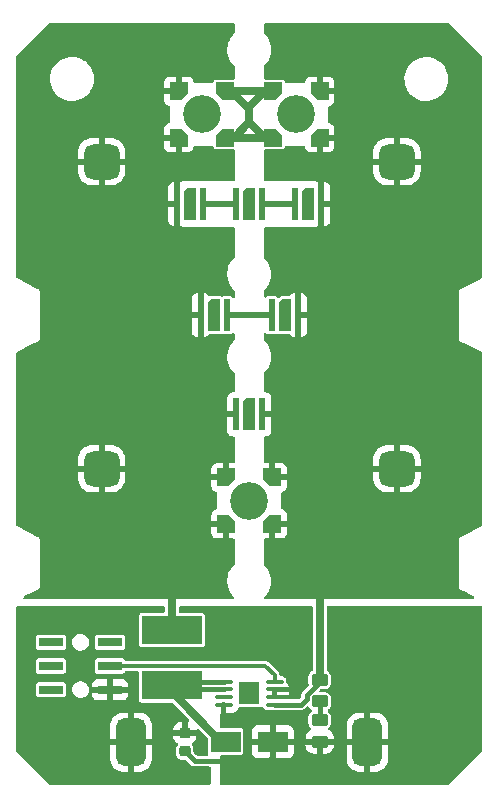
<source format=gbr>
%TF.GenerationSoftware,KiCad,Pcbnew,(6.0.5)*%
%TF.CreationDate,2023-08-08T13:51:24+01:00*%
%TF.ProjectId,Beacon-driver,42656163-6f6e-42d6-9472-697665722e6b,1.0*%
%TF.SameCoordinates,Original*%
%TF.FileFunction,Copper,L1,Top*%
%TF.FilePolarity,Positive*%
%FSLAX46Y46*%
G04 Gerber Fmt 4.6, Leading zero omitted, Abs format (unit mm)*
G04 Created by KiCad (PCBNEW (6.0.5)) date 2023-08-08 13:51:24*
%MOMM*%
%LPD*%
G01*
G04 APERTURE LIST*
G04 Aperture macros list*
%AMRoundRect*
0 Rectangle with rounded corners*
0 $1 Rounding radius*
0 $2 $3 $4 $5 $6 $7 $8 $9 X,Y pos of 4 corners*
0 Add a 4 corners polygon primitive as box body*
4,1,4,$2,$3,$4,$5,$6,$7,$8,$9,$2,$3,0*
0 Add four circle primitives for the rounded corners*
1,1,$1+$1,$2,$3*
1,1,$1+$1,$4,$5*
1,1,$1+$1,$6,$7*
1,1,$1+$1,$8,$9*
0 Add four rect primitives between the rounded corners*
20,1,$1+$1,$2,$3,$4,$5,0*
20,1,$1+$1,$4,$5,$6,$7,0*
20,1,$1+$1,$6,$7,$8,$9,0*
20,1,$1+$1,$8,$9,$2,$3,0*%
%AMOutline5P*
0 Free polygon, 5 corners , with rotation*
0 The origin of the aperture is its center*
0 number of corners: always 5*
0 $1 to $10 corner X, Y*
0 $11 Rotation angle, in degrees counterclockwise*
0 create outline with 5 corners*
4,1,5,$1,$2,$3,$4,$5,$6,$7,$8,$9,$10,$1,$2,$11*%
%AMOutline6P*
0 Free polygon, 6 corners , with rotation*
0 The origin of the aperture is its center*
0 number of corners: always 6*
0 $1 to $12 corner X, Y*
0 $13 Rotation angle, in degrees counterclockwise*
0 create outline with 6 corners*
4,1,6,$1,$2,$3,$4,$5,$6,$7,$8,$9,$10,$11,$12,$1,$2,$13*%
%AMOutline7P*
0 Free polygon, 7 corners , with rotation*
0 The origin of the aperture is its center*
0 number of corners: always 7*
0 $1 to $14 corner X, Y*
0 $15 Rotation angle, in degrees counterclockwise*
0 create outline with 7 corners*
4,1,7,$1,$2,$3,$4,$5,$6,$7,$8,$9,$10,$11,$12,$13,$14,$1,$2,$15*%
%AMOutline8P*
0 Free polygon, 8 corners , with rotation*
0 The origin of the aperture is its center*
0 number of corners: always 8*
0 $1 to $16 corner X, Y*
0 $17 Rotation angle, in degrees counterclockwise*
0 create outline with 8 corners*
4,1,8,$1,$2,$3,$4,$5,$6,$7,$8,$9,$10,$11,$12,$13,$14,$15,$16,$1,$2,$17*%
G04 Aperture macros list end*
%TA.AperFunction,SMDPad,CuDef*%
%ADD10RoundRect,0.750000X0.750000X0.750000X-0.750000X0.750000X-0.750000X-0.750000X0.750000X-0.750000X0*%
%TD*%
%TA.AperFunction,SMDPad,CuDef*%
%ADD11Outline5P,-0.725000X0.725000X0.725000X0.725000X0.725000X-0.725000X-0.290000X-0.725000X-0.725000X-0.290000X90.000000*%
%TD*%
%TA.AperFunction,SMDPad,CuDef*%
%ADD12Outline5P,-0.725000X0.725000X0.725000X0.725000X0.725000X-0.290000X0.290000X-0.725000X-0.725000X-0.725000X90.000000*%
%TD*%
%TA.AperFunction,SMDPad,CuDef*%
%ADD13Outline5P,-0.725000X0.725000X0.290000X0.725000X0.725000X0.290000X0.725000X-0.725000X-0.725000X-0.725000X90.000000*%
%TD*%
%TA.AperFunction,SMDPad,CuDef*%
%ADD14Outline5P,-0.725000X0.290000X-0.290000X0.725000X0.725000X0.725000X0.725000X-0.725000X-0.725000X-0.725000X90.000000*%
%TD*%
%TA.AperFunction,SMDPad,CuDef*%
%ADD15C,3.200000*%
%TD*%
%TA.AperFunction,SMDPad,CuDef*%
%ADD16RoundRect,0.250000X0.450000X-0.262500X0.450000X0.262500X-0.450000X0.262500X-0.450000X-0.262500X0*%
%TD*%
%TA.AperFunction,SMDPad,CuDef*%
%ADD17RoundRect,0.225000X0.250000X-0.225000X0.250000X0.225000X-0.250000X0.225000X-0.250000X-0.225000X0*%
%TD*%
%TA.AperFunction,SMDPad,CuDef*%
%ADD18R,2.000000X0.800000*%
%TD*%
%TA.AperFunction,SMDPad,CuDef*%
%ADD19R,0.520000X2.700000*%
%TD*%
%TA.AperFunction,SMDPad,CuDef*%
%ADD20Outline5P,-1.350000X0.500000X1.350000X0.500000X1.350000X-0.500000X-1.050000X-0.500000X-1.350000X-0.200000X270.000000*%
%TD*%
%TA.AperFunction,SMDPad,CuDef*%
%ADD21RoundRect,0.625000X0.625000X1.375000X-0.625000X1.375000X-0.625000X-1.375000X0.625000X-1.375000X0*%
%TD*%
%TA.AperFunction,SMDPad,CuDef*%
%ADD22R,2.500000X1.800000*%
%TD*%
%TA.AperFunction,SMDPad,CuDef*%
%ADD23RoundRect,0.100000X0.625000X0.100000X-0.625000X0.100000X-0.625000X-0.100000X0.625000X-0.100000X0*%
%TD*%
%TA.AperFunction,SMDPad,CuDef*%
%ADD24R,1.680000X1.880000*%
%TD*%
%TA.AperFunction,SMDPad,CuDef*%
%ADD25R,5.100000X2.400000*%
%TD*%
%TA.AperFunction,Conductor*%
%ADD26C,0.700000*%
%TD*%
%TA.AperFunction,Conductor*%
%ADD27C,0.400000*%
%TD*%
%TA.AperFunction,Conductor*%
%ADD28C,0.300000*%
%TD*%
%TA.AperFunction,Conductor*%
%ADD29C,0.500000*%
%TD*%
G04 APERTURE END LIST*
D10*
%TO.P,VCC,1*%
%TO.N,/LED_Cathode*%
X87081623Y-109415939D03*
%TD*%
D11*
%TO.P,D21,1,K*%
%TO.N,Net-(D22-Pad2)*%
X101616622Y-103450938D03*
D12*
X101616622Y-107380938D03*
D13*
%TO.P,D21,2,A*%
%TO.N,/Feedback_V*%
X105546622Y-107380938D03*
D14*
X105546622Y-103450938D03*
D15*
%TO.P,D21,5*%
%TO.N,N/C*%
X103581622Y-105415938D03*
%TD*%
D11*
%TO.P,D22,1,K*%
%TO.N,/LED_Cathode*%
X93616624Y-103450938D03*
D12*
X93616624Y-107380938D03*
D14*
%TO.P,D22,2,A*%
%TO.N,Net-(D22-Pad2)*%
X97546624Y-103450938D03*
D13*
X97546624Y-107380938D03*
D15*
%TO.P,D22,5*%
%TO.N,N/C*%
X95581624Y-105415938D03*
%TD*%
D16*
%TO.P,R1,1*%
%TO.N,Net-(R1-Pad1)*%
X105550000Y-155112500D03*
%TO.P,R1,2*%
%TO.N,/Feedback_V*%
X105550000Y-153287500D03*
%TD*%
D10*
%TO.P,VCC,1*%
%TO.N,/Feedback_V*%
X112081623Y-109415938D03*
%TD*%
%TO.P,VCC,1*%
%TO.N,/Feedback_V*%
X112081624Y-135415938D03*
%TD*%
D17*
%TO.P,C1,1*%
%TO.N,VCC*%
X94131623Y-159340938D03*
%TO.P,C1,2*%
%TO.N,GND*%
X94131623Y-157790938D03*
%TD*%
D16*
%TO.P,R2,1*%
%TO.N,VCC*%
X105550000Y-158512500D03*
%TO.P,R2,2*%
%TO.N,Net-(R1-Pad1)*%
X105550000Y-156687500D03*
%TD*%
D18*
%TO.P,SW1,1,A*%
%TO.N,unconnected-(SW1-Pad1)*%
X82800000Y-154115938D03*
%TO.P,SW1,2,B*%
%TO.N,unconnected-(SW1-Pad2)*%
X82800000Y-152115938D03*
%TO.P,SW1,3,C*%
%TO.N,unconnected-(SW1-Pad3)*%
X82800000Y-150115938D03*
%TO.P,SW1,4,A*%
%TO.N,GND*%
X87800000Y-154115938D03*
%TO.P,SW1,5,B*%
%TO.N,Net-(IC1-Pad4)*%
X87800000Y-152115938D03*
%TO.P,SW1,6,C*%
%TO.N,unconnected-(SW1-Pad6)*%
X87800000Y-150115938D03*
%TD*%
D19*
%TO.P,D10,1,K*%
%TO.N,/LED_Cathode*%
X98471623Y-130815938D03*
%TO.P,D10,2,A*%
%TO.N,/Feedback_V*%
X100691623Y-130815938D03*
D20*
%TO.P,D10,3*%
%TO.N,N/C*%
X99581623Y-130815938D03*
%TD*%
D19*
%TO.P,D13,1,K*%
%TO.N,Net-(D13-Pad1)*%
X103471623Y-113015938D03*
%TO.P,D13,2,A*%
%TO.N,/Feedback_V*%
X105691623Y-113015938D03*
D20*
%TO.P,D13,3*%
%TO.N,N/C*%
X104581623Y-113015938D03*
%TD*%
D10*
%TO.P,VCC,1*%
%TO.N,/LED_Cathode*%
X87081624Y-135415938D03*
%TD*%
D21*
%TO.P,GND,1*%
%TO.N,GND*%
X89581624Y-158565939D03*
%TD*%
D12*
%TO.P,D20,1,K*%
%TO.N,/LED_Cathode*%
X97616624Y-140084738D03*
D11*
X97616624Y-136154738D03*
D14*
%TO.P,D20,2,A*%
%TO.N,/Feedback_V*%
X101546624Y-136154738D03*
D13*
X101546624Y-140084738D03*
D15*
%TO.P,D20,5*%
%TO.N,N/C*%
X99581624Y-138119738D03*
%TD*%
D22*
%TO.P,D1,1,K*%
%TO.N,VCC*%
X101581623Y-158515938D03*
%TO.P,D1,2,A*%
%TO.N,/SW*%
X97581623Y-158515938D03*
%TD*%
D19*
%TO.P,D14,1,K*%
%TO.N,Net-(D15-Pad2)*%
X98471623Y-113015938D03*
%TO.P,D14,2,A*%
%TO.N,Net-(D13-Pad1)*%
X100691623Y-113015938D03*
D20*
%TO.P,D14,3*%
%TO.N,N/C*%
X99581623Y-113015938D03*
%TD*%
D19*
%TO.P,D11,1,K*%
%TO.N,Net-(D11-Pad1)*%
X101471624Y-122415939D03*
%TO.P,D11,2,A*%
%TO.N,/Feedback_V*%
X103691624Y-122415939D03*
D20*
%TO.P,D11,3*%
%TO.N,N/C*%
X102581624Y-122415939D03*
%TD*%
D23*
%TO.P,IC1,1,SET*%
%TO.N,/Feedback_V*%
X101731623Y-155390938D03*
%TO.P,IC1,2,GND_1*%
%TO.N,GND*%
X101731623Y-154740938D03*
%TO.P,IC1,3,GND_2*%
X101731623Y-154090938D03*
%TO.P,IC1,4,CTRL*%
%TO.N,Net-(IC1-Pad4)*%
X101731623Y-153440938D03*
%TO.P,IC1,5,SW_1*%
%TO.N,/SW*%
X97431623Y-153440938D03*
%TO.P,IC1,6,SW_2*%
X97431623Y-154090938D03*
%TO.P,IC1,7,N/C*%
%TO.N,unconnected-(IC1-Pad7)*%
X97431623Y-154740938D03*
%TO.P,IC1,8,VIN*%
%TO.N,VCC*%
X97431623Y-155390938D03*
D24*
%TO.P,IC1,9,EP*%
%TO.N,unconnected-(IC1-Pad9)*%
X99581623Y-154415938D03*
%TD*%
D21*
%TO.P,VCC,1*%
%TO.N,VCC*%
X109581624Y-158565939D03*
%TD*%
D19*
%TO.P,D15,1,K*%
%TO.N,/LED_Cathode*%
X93471624Y-113015938D03*
%TO.P,D15,2,A*%
%TO.N,Net-(D15-Pad2)*%
X95691624Y-113015938D03*
D20*
%TO.P,D15,3*%
%TO.N,N/C*%
X94581624Y-113015938D03*
%TD*%
D19*
%TO.P,D12,1,K*%
%TO.N,/LED_Cathode*%
X95471624Y-122415938D03*
%TO.P,D12,2,A*%
%TO.N,Net-(D11-Pad1)*%
X97691624Y-122415938D03*
D20*
%TO.P,D12,3*%
%TO.N,N/C*%
X96581624Y-122415938D03*
%TD*%
D25*
%TO.P,L1,1,1*%
%TO.N,/LED_Cathode*%
X93031623Y-149065938D03*
%TO.P,L1,2,2*%
%TO.N,/SW*%
X93031623Y-153765938D03*
%TD*%
D26*
%TO.N,VCC*%
X101619124Y-158478438D02*
X101581624Y-158515938D01*
D27*
X101581624Y-159715938D02*
X101581624Y-158515938D01*
X101131624Y-160165938D02*
X101581624Y-159715938D01*
X94956623Y-160165938D02*
X101131624Y-160165938D01*
X94131623Y-159340937D02*
X94956623Y-160165938D01*
%TO.N,/Feedback_V*%
X105550000Y-153481441D02*
X105550000Y-153287500D01*
X103959062Y-155390938D02*
X104450480Y-154899520D01*
D26*
X105550000Y-153287500D02*
X105550000Y-145000000D01*
D27*
X104450480Y-154899520D02*
X104450480Y-154580961D01*
X101731623Y-155390938D02*
X103959062Y-155390938D01*
X104450480Y-154580961D02*
X105550000Y-153481441D01*
D26*
%TO.N,/SW*%
X93031623Y-153765938D02*
X93031623Y-154315938D01*
D27*
X97431623Y-154090938D02*
X93356624Y-154090938D01*
D26*
X97231623Y-158515938D02*
X97581624Y-158515937D01*
D27*
X97431624Y-153440938D02*
X93356623Y-153440938D01*
D26*
X93031623Y-154315938D02*
X97231623Y-158515938D01*
%TO.N,/LED_Cathode*%
X93031624Y-149065938D02*
X93031624Y-145265938D01*
D28*
%TO.N,Net-(IC1-Pad4)*%
X101731623Y-152890938D02*
X100956623Y-152115938D01*
X100956623Y-152115938D02*
X87800000Y-152115938D01*
X101731624Y-153440938D02*
X101731623Y-152890938D01*
D27*
%TO.N,Net-(R1-Pad1)*%
X105550000Y-156687500D02*
X105550000Y-155112500D01*
D29*
%TO.N,Net-(D11-Pad1)*%
X101471624Y-122415938D02*
X97691623Y-122415938D01*
%TO.N,Net-(D13-Pad1)*%
X103471624Y-113015938D02*
X100691623Y-113015938D01*
%TO.N,Net-(D15-Pad2)*%
X98471623Y-113015938D02*
X95691622Y-113015938D01*
D26*
%TO.N,Net-(D22-Pad2)*%
X99581623Y-106070938D02*
X99581623Y-104958536D01*
X99581623Y-106070938D02*
X98271624Y-107380938D01*
X98271624Y-107380938D02*
X97546623Y-107380938D01*
X99581623Y-104760938D02*
X99581623Y-106070938D01*
X101616624Y-107380938D02*
X97546623Y-107380938D01*
X99581623Y-104958536D02*
X98074025Y-103450938D01*
X100891624Y-107380939D02*
X99581623Y-106070938D01*
X101616624Y-107380938D02*
X100891624Y-107380939D01*
X101616623Y-103450938D02*
X100891624Y-103450938D01*
X98074025Y-103450938D02*
X97546624Y-103450938D01*
X101616623Y-103450938D02*
X97546624Y-103450938D01*
X100891624Y-103450938D02*
X99581623Y-104760938D01*
%TD*%
%TA.AperFunction,Conductor*%
%TO.N,VCC*%
G36*
X119201200Y-147029324D02*
G01*
X119269309Y-147049367D01*
X119315769Y-147103051D01*
X119327124Y-147155324D01*
X119327124Y-159258331D01*
X119307122Y-159326452D01*
X119290219Y-159347426D01*
X116513111Y-162124533D01*
X116450799Y-162158559D01*
X116424016Y-162161438D01*
X97207623Y-162161438D01*
X97139502Y-162141436D01*
X97093009Y-162087780D01*
X97081623Y-162035438D01*
X97081623Y-160025746D01*
X107823625Y-160025746D01*
X107823745Y-160029640D01*
X107826414Y-160072832D01*
X107827750Y-160082411D01*
X107871672Y-160283012D01*
X107875319Y-160294371D01*
X107955930Y-160481998D01*
X107961665Y-160492472D01*
X108076293Y-160661461D01*
X108083906Y-160670663D01*
X108228426Y-160814931D01*
X108237639Y-160822526D01*
X108406830Y-160936861D01*
X108417314Y-160942577D01*
X108605074Y-161022857D01*
X108616445Y-161026486D01*
X108817104Y-161070054D01*
X108826724Y-161071376D01*
X108868011Y-161073829D01*
X108871726Y-161073939D01*
X109309509Y-161073939D01*
X109324748Y-161069464D01*
X109325953Y-161068074D01*
X109327624Y-161060391D01*
X109327624Y-161055823D01*
X109835624Y-161055823D01*
X109840099Y-161071062D01*
X109841489Y-161072267D01*
X109849172Y-161073938D01*
X110291431Y-161073938D01*
X110295325Y-161073818D01*
X110338517Y-161071149D01*
X110348096Y-161069813D01*
X110548697Y-161025891D01*
X110560056Y-161022244D01*
X110747683Y-160941633D01*
X110758157Y-160935898D01*
X110927146Y-160821270D01*
X110936348Y-160813657D01*
X111080616Y-160669137D01*
X111088211Y-160659924D01*
X111202546Y-160490733D01*
X111208262Y-160480249D01*
X111288542Y-160292489D01*
X111292171Y-160281118D01*
X111335739Y-160080459D01*
X111337061Y-160070839D01*
X111339514Y-160029552D01*
X111339624Y-160025837D01*
X111339624Y-158838054D01*
X111335149Y-158822815D01*
X111333759Y-158821610D01*
X111326076Y-158819939D01*
X109853739Y-158819939D01*
X109838500Y-158824414D01*
X109837295Y-158825804D01*
X109835624Y-158833487D01*
X109835624Y-161055823D01*
X109327624Y-161055823D01*
X109327624Y-158838054D01*
X109323149Y-158822815D01*
X109321759Y-158821610D01*
X109314076Y-158819939D01*
X107841740Y-158819939D01*
X107826501Y-158824414D01*
X107825296Y-158825804D01*
X107823625Y-158833487D01*
X107823625Y-160025746D01*
X97081623Y-160025746D01*
X97081623Y-159796438D01*
X97101625Y-159728317D01*
X97155281Y-159681824D01*
X97207623Y-159670438D01*
X98838614Y-159670437D01*
X98856689Y-159670437D01*
X98892441Y-159663326D01*
X98918749Y-159658094D01*
X98918751Y-159658093D01*
X98930924Y-159655672D01*
X98941244Y-159648777D01*
X98941245Y-159648776D01*
X99004791Y-159606315D01*
X99015107Y-159599422D01*
X99059490Y-159532999D01*
X99064462Y-159525558D01*
X99071357Y-159515239D01*
X99082224Y-159460607D01*
X99823624Y-159460607D01*
X99823994Y-159467428D01*
X99829518Y-159518290D01*
X99833144Y-159533542D01*
X99878299Y-159653992D01*
X99886837Y-159669587D01*
X99963338Y-159771662D01*
X99975899Y-159784223D01*
X100077974Y-159860724D01*
X100093569Y-159869262D01*
X100214017Y-159914416D01*
X100229272Y-159918043D01*
X100280137Y-159923569D01*
X100286951Y-159923938D01*
X101309508Y-159923938D01*
X101324747Y-159919463D01*
X101325952Y-159918073D01*
X101327623Y-159910390D01*
X101327623Y-159905822D01*
X101835623Y-159905822D01*
X101840098Y-159921061D01*
X101841488Y-159922266D01*
X101849171Y-159923937D01*
X102876292Y-159923937D01*
X102883113Y-159923567D01*
X102933975Y-159918043D01*
X102949227Y-159914417D01*
X103069677Y-159869262D01*
X103085272Y-159860724D01*
X103187347Y-159784223D01*
X103199908Y-159771662D01*
X103276409Y-159669587D01*
X103284947Y-159653992D01*
X103330101Y-159533544D01*
X103333728Y-159518289D01*
X103339254Y-159467424D01*
X103339623Y-159460610D01*
X103339623Y-158822095D01*
X104342001Y-158822095D01*
X104342338Y-158828614D01*
X104352257Y-158924206D01*
X104355149Y-158937600D01*
X104406588Y-159091784D01*
X104412761Y-159104962D01*
X104498063Y-159242807D01*
X104507099Y-159254208D01*
X104621829Y-159368739D01*
X104633240Y-159377751D01*
X104771243Y-159462816D01*
X104784424Y-159468963D01*
X104938710Y-159520138D01*
X104952086Y-159523005D01*
X105046438Y-159532672D01*
X105052854Y-159533000D01*
X105277885Y-159533000D01*
X105293124Y-159528525D01*
X105294329Y-159527135D01*
X105296000Y-159519452D01*
X105296000Y-159514884D01*
X105804000Y-159514884D01*
X105808475Y-159530123D01*
X105809865Y-159531328D01*
X105817548Y-159532999D01*
X106047095Y-159532999D01*
X106053614Y-159532662D01*
X106149206Y-159522743D01*
X106162600Y-159519851D01*
X106316784Y-159468412D01*
X106329962Y-159462239D01*
X106467807Y-159376937D01*
X106479208Y-159367901D01*
X106593739Y-159253171D01*
X106602751Y-159241760D01*
X106687816Y-159103757D01*
X106693963Y-159090576D01*
X106745138Y-158936290D01*
X106748005Y-158922914D01*
X106757672Y-158828562D01*
X106758000Y-158822146D01*
X106758000Y-158784615D01*
X106753525Y-158769376D01*
X106752135Y-158768171D01*
X106744452Y-158766500D01*
X105822115Y-158766500D01*
X105806876Y-158770975D01*
X105805671Y-158772365D01*
X105804000Y-158780048D01*
X105804000Y-159514884D01*
X105296000Y-159514884D01*
X105296000Y-158784615D01*
X105291525Y-158769376D01*
X105290135Y-158768171D01*
X105282452Y-158766500D01*
X104360116Y-158766500D01*
X104344877Y-158770975D01*
X104343672Y-158772365D01*
X104342001Y-158780048D01*
X104342001Y-158822095D01*
X103339623Y-158822095D01*
X103339623Y-158788053D01*
X103335148Y-158772814D01*
X103333758Y-158771609D01*
X103326075Y-158769938D01*
X101853738Y-158769938D01*
X101838499Y-158774413D01*
X101837294Y-158775803D01*
X101835623Y-158783486D01*
X101835623Y-159905822D01*
X101327623Y-159905822D01*
X101327623Y-158788053D01*
X101323148Y-158772814D01*
X101321758Y-158771609D01*
X101314075Y-158769938D01*
X99841739Y-158769938D01*
X99826500Y-158774413D01*
X99825295Y-158775803D01*
X99823624Y-158783486D01*
X99823624Y-159460607D01*
X99082224Y-159460607D01*
X99086123Y-159441005D01*
X99086122Y-158293824D01*
X107823624Y-158293824D01*
X107828099Y-158309063D01*
X107829489Y-158310268D01*
X107837172Y-158311939D01*
X109309509Y-158311939D01*
X109324748Y-158307464D01*
X109325953Y-158306074D01*
X109327624Y-158298391D01*
X109327624Y-158293824D01*
X109835624Y-158293824D01*
X109840099Y-158309063D01*
X109841489Y-158310268D01*
X109849172Y-158311939D01*
X111321508Y-158311939D01*
X111336747Y-158307464D01*
X111337952Y-158306074D01*
X111339623Y-158298391D01*
X111339623Y-157106133D01*
X111339503Y-157102238D01*
X111336834Y-157059046D01*
X111335498Y-157049467D01*
X111291576Y-156848866D01*
X111287929Y-156837507D01*
X111207318Y-156649880D01*
X111201583Y-156639406D01*
X111086955Y-156470417D01*
X111079342Y-156461215D01*
X110934822Y-156316947D01*
X110925609Y-156309352D01*
X110756418Y-156195017D01*
X110745934Y-156189301D01*
X110558174Y-156109021D01*
X110546803Y-156105392D01*
X110346144Y-156061824D01*
X110336524Y-156060502D01*
X110295237Y-156058049D01*
X110291522Y-156057939D01*
X109853739Y-156057939D01*
X109838500Y-156062414D01*
X109837295Y-156063804D01*
X109835624Y-156071487D01*
X109835624Y-158293824D01*
X109327624Y-158293824D01*
X109327624Y-156076055D01*
X109323149Y-156060816D01*
X109321759Y-156059611D01*
X109314076Y-156057940D01*
X108871818Y-156057940D01*
X108867923Y-156058060D01*
X108824731Y-156060729D01*
X108815152Y-156062065D01*
X108614551Y-156105987D01*
X108603192Y-156109634D01*
X108415565Y-156190245D01*
X108405091Y-156195980D01*
X108236102Y-156310608D01*
X108226900Y-156318221D01*
X108082632Y-156462741D01*
X108075037Y-156471954D01*
X107960702Y-156641145D01*
X107954986Y-156651629D01*
X107874706Y-156839389D01*
X107871077Y-156850760D01*
X107827509Y-157051419D01*
X107826187Y-157061039D01*
X107823734Y-157102326D01*
X107823624Y-157106041D01*
X107823624Y-158293824D01*
X99086122Y-158293824D01*
X99086122Y-158243823D01*
X99823623Y-158243823D01*
X99828098Y-158259062D01*
X99829488Y-158260267D01*
X99837171Y-158261938D01*
X101309508Y-158261938D01*
X101324747Y-158257463D01*
X101325952Y-158256073D01*
X101327623Y-158248390D01*
X101327623Y-158243823D01*
X101835623Y-158243823D01*
X101840098Y-158259062D01*
X101841488Y-158260267D01*
X101849171Y-158261938D01*
X103321507Y-158261938D01*
X103336746Y-158257463D01*
X103337951Y-158256073D01*
X103339622Y-158248390D01*
X103339622Y-157571269D01*
X103339252Y-157564448D01*
X103333728Y-157513586D01*
X103330102Y-157498334D01*
X103284947Y-157377884D01*
X103276409Y-157362289D01*
X103199908Y-157260214D01*
X103187347Y-157247653D01*
X103085272Y-157171152D01*
X103069677Y-157162614D01*
X102949229Y-157117460D01*
X102933974Y-157113833D01*
X102883109Y-157108307D01*
X102876295Y-157107938D01*
X101853738Y-157107938D01*
X101838499Y-157112413D01*
X101837294Y-157113803D01*
X101835623Y-157121486D01*
X101835623Y-158243823D01*
X101327623Y-158243823D01*
X101327623Y-157126054D01*
X101323148Y-157110815D01*
X101321758Y-157109610D01*
X101314075Y-157107939D01*
X100286954Y-157107939D01*
X100280133Y-157108309D01*
X100229271Y-157113833D01*
X100214019Y-157117459D01*
X100093569Y-157162614D01*
X100077974Y-157171152D01*
X99975899Y-157247653D01*
X99963338Y-157260214D01*
X99886837Y-157362289D01*
X99878299Y-157377884D01*
X99833145Y-157498332D01*
X99829518Y-157513587D01*
X99823992Y-157564452D01*
X99823623Y-157571266D01*
X99823623Y-158243823D01*
X99086122Y-158243823D01*
X99086122Y-157590872D01*
X99071357Y-157516637D01*
X99015107Y-157432454D01*
X98930924Y-157376204D01*
X98856690Y-157361438D01*
X98814432Y-157361438D01*
X97207623Y-157361439D01*
X97139502Y-157341437D01*
X97093009Y-157287781D01*
X97081623Y-157235439D01*
X97081623Y-156224938D01*
X97101625Y-156156817D01*
X97155281Y-156110324D01*
X97207623Y-156098938D01*
X97213508Y-156098938D01*
X97228747Y-156094463D01*
X97229952Y-156093073D01*
X97231623Y-156085390D01*
X97231623Y-155321438D01*
X97251625Y-155253317D01*
X97305281Y-155206824D01*
X97357623Y-155195438D01*
X97505623Y-155195438D01*
X97573744Y-155215440D01*
X97620237Y-155269096D01*
X97631623Y-155321438D01*
X97631623Y-156080822D01*
X97636098Y-156096061D01*
X97637488Y-156097266D01*
X97645171Y-156098937D01*
X98092346Y-156098937D01*
X98100558Y-156098399D01*
X98207156Y-156084366D01*
X98222971Y-156080128D01*
X98355616Y-156025185D01*
X98369799Y-156016997D01*
X98483703Y-155929594D01*
X98495279Y-155918018D01*
X98582682Y-155804114D01*
X98590870Y-155789931D01*
X98633000Y-155688220D01*
X98677548Y-155632939D01*
X98749409Y-155610438D01*
X100172426Y-155610437D01*
X100446689Y-155610437D01*
X100483945Y-155603027D01*
X100508749Y-155598094D01*
X100508751Y-155598093D01*
X100520924Y-155595672D01*
X100583602Y-155553791D01*
X100651353Y-155532577D01*
X100719820Y-155551360D01*
X100766706Y-155603027D01*
X100808534Y-155688220D01*
X100814393Y-155700154D01*
X100897917Y-155783533D01*
X101003946Y-155835361D01*
X101029302Y-155839060D01*
X101068495Y-155844778D01*
X101068499Y-155844778D01*
X101073021Y-155845438D01*
X103924606Y-155845438D01*
X103939416Y-155846311D01*
X103973500Y-155850345D01*
X103982764Y-155848653D01*
X103982767Y-155848653D01*
X104031742Y-155839709D01*
X104035644Y-155839060D01*
X104084898Y-155831654D01*
X104084901Y-155831653D01*
X104094213Y-155830253D01*
X104100780Y-155827100D01*
X104107945Y-155825791D01*
X104160529Y-155798476D01*
X104164019Y-155796733D01*
X104217415Y-155771092D01*
X104222710Y-155766197D01*
X104222849Y-155766104D01*
X104229228Y-155762790D01*
X104234316Y-155758444D01*
X104271898Y-155720862D01*
X104275464Y-155717432D01*
X104310860Y-155684712D01*
X104317774Y-155678321D01*
X104321492Y-155671921D01*
X104327099Y-155665661D01*
X104438220Y-155554540D01*
X104500532Y-155520514D01*
X104571347Y-155525579D01*
X104628183Y-155568126D01*
X104645297Y-155599404D01*
X104652929Y-155619764D01*
X104658309Y-155626943D01*
X104658311Y-155626946D01*
X104704234Y-155688220D01*
X104739596Y-155735404D01*
X104746776Y-155740785D01*
X104824684Y-155799174D01*
X104867199Y-155856033D01*
X104872225Y-155926852D01*
X104838165Y-155989145D01*
X104824684Y-156000826D01*
X104739596Y-156064596D01*
X104734215Y-156071776D01*
X104658311Y-156173054D01*
X104658309Y-156173057D01*
X104652929Y-156180236D01*
X104602202Y-156315552D01*
X104595500Y-156377244D01*
X104595500Y-156997756D01*
X104602202Y-157059448D01*
X104652929Y-157194764D01*
X104658309Y-157201943D01*
X104658311Y-157201946D01*
X104683413Y-157235439D01*
X104739596Y-157310404D01*
X104790546Y-157348589D01*
X104833059Y-157405446D01*
X104838085Y-157476264D01*
X104804025Y-157538558D01*
X104775885Y-157558287D01*
X104776268Y-157558906D01*
X104632193Y-157648063D01*
X104620792Y-157657099D01*
X104506261Y-157771829D01*
X104497249Y-157783240D01*
X104412184Y-157921243D01*
X104406037Y-157934424D01*
X104354862Y-158088710D01*
X104351995Y-158102086D01*
X104342328Y-158196438D01*
X104342000Y-158202854D01*
X104342000Y-158240385D01*
X104346475Y-158255624D01*
X104347865Y-158256829D01*
X104355548Y-158258500D01*
X106739884Y-158258500D01*
X106755123Y-158254025D01*
X106756328Y-158252635D01*
X106757999Y-158244952D01*
X106757999Y-158202905D01*
X106757662Y-158196386D01*
X106747743Y-158100794D01*
X106744851Y-158087400D01*
X106693412Y-157933216D01*
X106687239Y-157920038D01*
X106601937Y-157782193D01*
X106592901Y-157770792D01*
X106478171Y-157656261D01*
X106466760Y-157647249D01*
X106322525Y-157558342D01*
X106323683Y-157556464D01*
X106278495Y-157516668D01*
X106259041Y-157448389D01*
X106279590Y-157380431D01*
X106309468Y-157348578D01*
X106360404Y-157310404D01*
X106416587Y-157235439D01*
X106441689Y-157201946D01*
X106441691Y-157201943D01*
X106447071Y-157194764D01*
X106497798Y-157059448D01*
X106504500Y-156997756D01*
X106504500Y-156377244D01*
X106497798Y-156315552D01*
X106447071Y-156180236D01*
X106441691Y-156173057D01*
X106441689Y-156173054D01*
X106365785Y-156071776D01*
X106360404Y-156064596D01*
X106275316Y-156000826D01*
X106232801Y-155943967D01*
X106227775Y-155873148D01*
X106261835Y-155810855D01*
X106275316Y-155799174D01*
X106353224Y-155740785D01*
X106360404Y-155735404D01*
X106395766Y-155688220D01*
X106441689Y-155626946D01*
X106441691Y-155626943D01*
X106447071Y-155619764D01*
X106497798Y-155484448D01*
X106504500Y-155422756D01*
X106504500Y-154802244D01*
X106497798Y-154740552D01*
X106488358Y-154715369D01*
X106450221Y-154613640D01*
X106447071Y-154605236D01*
X106441691Y-154598057D01*
X106441689Y-154598054D01*
X106365785Y-154496776D01*
X106360404Y-154489596D01*
X106339253Y-154473744D01*
X106251946Y-154408311D01*
X106251943Y-154408309D01*
X106244764Y-154402929D01*
X106155046Y-154369296D01*
X106116843Y-154354974D01*
X106116841Y-154354974D01*
X106109448Y-154352202D01*
X106101598Y-154351349D01*
X106101597Y-154351349D01*
X106051153Y-154345869D01*
X106051152Y-154345869D01*
X106047756Y-154345500D01*
X105632891Y-154345500D01*
X105564770Y-154325498D01*
X105518277Y-154271842D01*
X105508173Y-154201568D01*
X105537667Y-154136988D01*
X105543796Y-154130405D01*
X105582796Y-154091405D01*
X105645108Y-154057379D01*
X105671891Y-154054500D01*
X106047756Y-154054500D01*
X106051153Y-154054131D01*
X106101597Y-154048651D01*
X106101598Y-154048651D01*
X106109448Y-154047798D01*
X106116841Y-154045026D01*
X106116843Y-154045026D01*
X106155046Y-154030704D01*
X106244764Y-153997071D01*
X106251943Y-153991691D01*
X106251946Y-153991689D01*
X106353224Y-153915785D01*
X106360404Y-153910404D01*
X106379590Y-153884804D01*
X106441689Y-153801946D01*
X106441691Y-153801943D01*
X106447071Y-153794764D01*
X106497798Y-153659448D01*
X106504500Y-153597756D01*
X106504500Y-152977244D01*
X106497798Y-152915552D01*
X106447071Y-152780236D01*
X106441691Y-152773057D01*
X106441689Y-152773054D01*
X106365785Y-152671776D01*
X106360404Y-152664596D01*
X106336176Y-152646438D01*
X106251946Y-152583311D01*
X106251943Y-152583309D01*
X106244764Y-152577929D01*
X106236362Y-152574779D01*
X106236358Y-152574777D01*
X106236269Y-152574744D01*
X106236194Y-152574687D01*
X106228485Y-152570467D01*
X106229094Y-152569354D01*
X106179505Y-152532102D01*
X106154806Y-152465540D01*
X106154500Y-152456763D01*
X106154500Y-147147505D01*
X106174502Y-147079384D01*
X106228158Y-147032891D01*
X106280576Y-147021505D01*
X119201200Y-147029324D01*
G37*
%TD.AperFunction*%
%TD*%
%TA.AperFunction,Conductor*%
%TO.N,/Feedback_V*%
G36*
X116492137Y-97690440D02*
G01*
X116513111Y-97707343D01*
X119290219Y-100484450D01*
X119324245Y-100546762D01*
X119327124Y-100573545D01*
X119327123Y-105288967D01*
X119327122Y-119180776D01*
X119307120Y-119248897D01*
X119257472Y-119293473D01*
X118848429Y-119497995D01*
X117512257Y-120166081D01*
X117504130Y-120169790D01*
X117494489Y-120173784D01*
X117482323Y-120176204D01*
X117472008Y-120183097D01*
X117472007Y-120183097D01*
X117460098Y-120191055D01*
X117456113Y-120193369D01*
X117456164Y-120193450D01*
X117450920Y-120196751D01*
X117445387Y-120199517D01*
X117440500Y-120203310D01*
X117440498Y-120203311D01*
X117436248Y-120206609D01*
X117429002Y-120211831D01*
X117408455Y-120225561D01*
X117408453Y-120225563D01*
X117398140Y-120232454D01*
X117392961Y-120240204D01*
X117385594Y-120245922D01*
X117379449Y-120256702D01*
X117367212Y-120278169D01*
X117362511Y-120285775D01*
X117348786Y-120306316D01*
X117341890Y-120316637D01*
X117340071Y-120325783D01*
X117335454Y-120333882D01*
X117333902Y-120346191D01*
X117333902Y-120346192D01*
X117330811Y-120370714D01*
X117329379Y-120379533D01*
X117327124Y-120390871D01*
X117327124Y-120397062D01*
X117326517Y-120403225D01*
X117326423Y-120403216D01*
X117326135Y-120407806D01*
X117322791Y-120434333D01*
X117326069Y-120446303D01*
X117326807Y-120456682D01*
X117327124Y-120465616D01*
X117327124Y-124366260D01*
X117326807Y-124375194D01*
X117326069Y-124385573D01*
X117322791Y-124397543D01*
X117324343Y-124409855D01*
X117326135Y-124424070D01*
X117326423Y-124428660D01*
X117326517Y-124428651D01*
X117327124Y-124434814D01*
X117327124Y-124441005D01*
X117328332Y-124447076D01*
X117328332Y-124447079D01*
X117329379Y-124452340D01*
X117330811Y-124461162D01*
X117333611Y-124483370D01*
X117335454Y-124497994D01*
X117340071Y-124506093D01*
X117341890Y-124515239D01*
X117348785Y-124525558D01*
X117348786Y-124525560D01*
X117362511Y-124546101D01*
X117367212Y-124553707D01*
X117385594Y-124585954D01*
X117392961Y-124591672D01*
X117398140Y-124599422D01*
X117408453Y-124606313D01*
X117408455Y-124606315D01*
X117429002Y-124620045D01*
X117436248Y-124625267D01*
X117440498Y-124628565D01*
X117445387Y-124632359D01*
X117450920Y-124635125D01*
X117456164Y-124638426D01*
X117456113Y-124638507D01*
X117460097Y-124640820D01*
X117482323Y-124655672D01*
X117494496Y-124658093D01*
X117504123Y-124662081D01*
X117512243Y-124665787D01*
X117951117Y-124885224D01*
X119257472Y-125538402D01*
X119309456Y-125586757D01*
X119327123Y-125651100D01*
X119327124Y-140180775D01*
X119307122Y-140248896D01*
X119257473Y-140293473D01*
X117512243Y-141166088D01*
X117504122Y-141169794D01*
X117494495Y-141173782D01*
X117482322Y-141176203D01*
X117460094Y-141191056D01*
X117456115Y-141193367D01*
X117456166Y-141193448D01*
X117450923Y-141196749D01*
X117445387Y-141199516D01*
X117440496Y-141203312D01*
X117440494Y-141203313D01*
X117436257Y-141206601D01*
X117429015Y-141211821D01*
X117408452Y-141225561D01*
X117408449Y-141225564D01*
X117398139Y-141232453D01*
X117392960Y-141240203D01*
X117385593Y-141245921D01*
X117379447Y-141256703D01*
X117367211Y-141278168D01*
X117362512Y-141285772D01*
X117341889Y-141316636D01*
X117340070Y-141325780D01*
X117335453Y-141333880D01*
X117333902Y-141346188D01*
X117333901Y-141346190D01*
X117330811Y-141370707D01*
X117329378Y-141379535D01*
X117327123Y-141390870D01*
X117327123Y-141397060D01*
X117326516Y-141403223D01*
X117326422Y-141403214D01*
X117326134Y-141407805D01*
X117322790Y-141434332D01*
X117326068Y-141446302D01*
X117326806Y-141456681D01*
X117327123Y-141465615D01*
X117327123Y-145366260D01*
X117326806Y-145375194D01*
X117326068Y-145385573D01*
X117322790Y-145397543D01*
X117324342Y-145409855D01*
X117326134Y-145424070D01*
X117326422Y-145428661D01*
X117326516Y-145428652D01*
X117327123Y-145434815D01*
X117327123Y-145441005D01*
X117328331Y-145447075D01*
X117328331Y-145447079D01*
X117329378Y-145452340D01*
X117330811Y-145461168D01*
X117335453Y-145497995D01*
X117340070Y-145506095D01*
X117341889Y-145515239D01*
X117348783Y-145525556D01*
X117362512Y-145546103D01*
X117367211Y-145553707D01*
X117385593Y-145585954D01*
X117392960Y-145591672D01*
X117398139Y-145599422D01*
X117408449Y-145606311D01*
X117408452Y-145606314D01*
X117429015Y-145620054D01*
X117436257Y-145625274D01*
X117440494Y-145628562D01*
X117445387Y-145632359D01*
X117450923Y-145635126D01*
X117456166Y-145638427D01*
X117456115Y-145638508D01*
X117460093Y-145640818D01*
X117482322Y-145655672D01*
X117494495Y-145658093D01*
X117504122Y-145662081D01*
X117512242Y-145665787D01*
X117742285Y-145780808D01*
X118552605Y-146185969D01*
X118604589Y-146234324D01*
X118622178Y-146303108D01*
X118599787Y-146370481D01*
X118544527Y-146415054D01*
X118496551Y-146424666D01*
X100961575Y-146465103D01*
X100893408Y-146445258D01*
X100846791Y-146391709D01*
X100836525Y-146321459D01*
X100865870Y-146256810D01*
X100877219Y-146245247D01*
X100913466Y-146212782D01*
X100913478Y-146212769D01*
X100916789Y-146209804D01*
X101085777Y-146008770D01*
X101224752Y-145785930D01*
X101330942Y-145545732D01*
X101402229Y-145292967D01*
X101403662Y-145282295D01*
X101436763Y-145035862D01*
X101436764Y-145035854D01*
X101437190Y-145032680D01*
X101440859Y-144915938D01*
X101422311Y-144653969D01*
X101379636Y-144455750D01*
X101367972Y-144401575D01*
X101367972Y-144401573D01*
X101367036Y-144397228D01*
X101276137Y-144150836D01*
X101151428Y-143919710D01*
X100995397Y-143708461D01*
X100832617Y-143543103D01*
X100799083Y-143480525D01*
X100796411Y-143454624D01*
X100797916Y-141443643D01*
X100817969Y-141375538D01*
X100871660Y-141329085D01*
X100923916Y-141317738D01*
X101274509Y-141317738D01*
X101289748Y-141313263D01*
X101290953Y-141311873D01*
X101292624Y-141304190D01*
X101292624Y-141299622D01*
X101800624Y-141299622D01*
X101805099Y-141314861D01*
X101806489Y-141316066D01*
X101814172Y-141317737D01*
X102316293Y-141317737D01*
X102323114Y-141317367D01*
X102373976Y-141311843D01*
X102389228Y-141308217D01*
X102509678Y-141263062D01*
X102525273Y-141254524D01*
X102627348Y-141178023D01*
X102639909Y-141165462D01*
X102716410Y-141063387D01*
X102724948Y-141047792D01*
X102770102Y-140927344D01*
X102773729Y-140912089D01*
X102779255Y-140861224D01*
X102779624Y-140854410D01*
X102779624Y-140356853D01*
X102775149Y-140341614D01*
X102773759Y-140340409D01*
X102766076Y-140338738D01*
X101818739Y-140338738D01*
X101803500Y-140343213D01*
X101802295Y-140344603D01*
X101800624Y-140352286D01*
X101800624Y-141299622D01*
X101292624Y-141299622D01*
X101292624Y-139956738D01*
X101312626Y-139888617D01*
X101366282Y-139842124D01*
X101418624Y-139830738D01*
X102761508Y-139830738D01*
X102776747Y-139826263D01*
X102777952Y-139824873D01*
X102779623Y-139817190D01*
X102779623Y-139315069D01*
X102779253Y-139308248D01*
X102773729Y-139257386D01*
X102770103Y-139242134D01*
X102724948Y-139121684D01*
X102716410Y-139106089D01*
X102639909Y-139004014D01*
X102627348Y-138991453D01*
X102525273Y-138914952D01*
X102509678Y-138906414D01*
X102389224Y-138861257D01*
X102370877Y-138856895D01*
X102309231Y-138821678D01*
X102276411Y-138758722D01*
X102274024Y-138734313D01*
X102274024Y-137505162D01*
X102294026Y-137437041D01*
X102347682Y-137390548D01*
X102370881Y-137382579D01*
X102389226Y-137378218D01*
X102509678Y-137333062D01*
X102525273Y-137324524D01*
X102627348Y-137248023D01*
X102639909Y-137235462D01*
X102716410Y-137133387D01*
X102724948Y-137117792D01*
X102770102Y-136997344D01*
X102773729Y-136982089D01*
X102779255Y-136931224D01*
X102779624Y-136924410D01*
X102779624Y-136426853D01*
X102775149Y-136411614D01*
X102773759Y-136410409D01*
X102766076Y-136408738D01*
X101418624Y-136408738D01*
X101350503Y-136388736D01*
X101304010Y-136335080D01*
X101292624Y-136282738D01*
X101292624Y-136225899D01*
X110073625Y-136225899D01*
X110073833Y-136231009D01*
X110084706Y-136364705D01*
X110086476Y-136375258D01*
X110139591Y-136582123D01*
X110143325Y-136592669D01*
X110232134Y-136786643D01*
X110237670Y-136796350D01*
X110359427Y-136971535D01*
X110366600Y-136980114D01*
X110517448Y-137130962D01*
X110526027Y-137138135D01*
X110701212Y-137259892D01*
X110710919Y-137265428D01*
X110904893Y-137354237D01*
X110915439Y-137357971D01*
X111122303Y-137411085D01*
X111132858Y-137412856D01*
X111266554Y-137423731D01*
X111271660Y-137423938D01*
X111809509Y-137423938D01*
X111824748Y-137419463D01*
X111825953Y-137418073D01*
X111827624Y-137410390D01*
X111827624Y-137405822D01*
X112335624Y-137405822D01*
X112340099Y-137421061D01*
X112341489Y-137422266D01*
X112349172Y-137423937D01*
X112891585Y-137423937D01*
X112896695Y-137423729D01*
X113030391Y-137412856D01*
X113040944Y-137411086D01*
X113247809Y-137357971D01*
X113258355Y-137354237D01*
X113452329Y-137265428D01*
X113462036Y-137259892D01*
X113637221Y-137138135D01*
X113645800Y-137130962D01*
X113796648Y-136980114D01*
X113803821Y-136971535D01*
X113925578Y-136796350D01*
X113931114Y-136786643D01*
X114019923Y-136592669D01*
X114023657Y-136582123D01*
X114076771Y-136375259D01*
X114078542Y-136364704D01*
X114089417Y-136231008D01*
X114089624Y-136225902D01*
X114089624Y-135688053D01*
X114085149Y-135672814D01*
X114083759Y-135671609D01*
X114076076Y-135669938D01*
X112353739Y-135669938D01*
X112338500Y-135674413D01*
X112337295Y-135675803D01*
X112335624Y-135683486D01*
X112335624Y-137405822D01*
X111827624Y-137405822D01*
X111827624Y-135688053D01*
X111823149Y-135672814D01*
X111821759Y-135671609D01*
X111814076Y-135669938D01*
X110091740Y-135669938D01*
X110076501Y-135674413D01*
X110075296Y-135675803D01*
X110073625Y-135683486D01*
X110073625Y-136225899D01*
X101292624Y-136225899D01*
X101292624Y-135882623D01*
X101800624Y-135882623D01*
X101805099Y-135897862D01*
X101806489Y-135899067D01*
X101814172Y-135900738D01*
X102761508Y-135900738D01*
X102776747Y-135896263D01*
X102777952Y-135894873D01*
X102779623Y-135887190D01*
X102779623Y-135385069D01*
X102779253Y-135378248D01*
X102773729Y-135327386D01*
X102770103Y-135312134D01*
X102724948Y-135191684D01*
X102716410Y-135176089D01*
X102692228Y-135143823D01*
X110073624Y-135143823D01*
X110078099Y-135159062D01*
X110079489Y-135160267D01*
X110087172Y-135161938D01*
X111809509Y-135161938D01*
X111824748Y-135157463D01*
X111825953Y-135156073D01*
X111827624Y-135148390D01*
X111827624Y-135143823D01*
X112335624Y-135143823D01*
X112340099Y-135159062D01*
X112341489Y-135160267D01*
X112349172Y-135161938D01*
X114071508Y-135161938D01*
X114086747Y-135157463D01*
X114087952Y-135156073D01*
X114089623Y-135148390D01*
X114089623Y-134605977D01*
X114089415Y-134600867D01*
X114078542Y-134467171D01*
X114076772Y-134456618D01*
X114023657Y-134249753D01*
X114019923Y-134239207D01*
X113931114Y-134045233D01*
X113925578Y-134035526D01*
X113803821Y-133860341D01*
X113796648Y-133851762D01*
X113645800Y-133700914D01*
X113637221Y-133693741D01*
X113462036Y-133571984D01*
X113452329Y-133566448D01*
X113258355Y-133477639D01*
X113247809Y-133473905D01*
X113040945Y-133420791D01*
X113030390Y-133419020D01*
X112896694Y-133408145D01*
X112891588Y-133407938D01*
X112353739Y-133407938D01*
X112338500Y-133412413D01*
X112337295Y-133413803D01*
X112335624Y-133421486D01*
X112335624Y-135143823D01*
X111827624Y-135143823D01*
X111827624Y-133426054D01*
X111823149Y-133410815D01*
X111821759Y-133409610D01*
X111814076Y-133407939D01*
X111271663Y-133407939D01*
X111266553Y-133408147D01*
X111132857Y-133419020D01*
X111122304Y-133420790D01*
X110915439Y-133473905D01*
X110904893Y-133477639D01*
X110710919Y-133566448D01*
X110701212Y-133571984D01*
X110526027Y-133693741D01*
X110517448Y-133700914D01*
X110366600Y-133851762D01*
X110359427Y-133860341D01*
X110237670Y-134035526D01*
X110232134Y-134045233D01*
X110143325Y-134239207D01*
X110139591Y-134249753D01*
X110086477Y-134456617D01*
X110084706Y-134467172D01*
X110073831Y-134600868D01*
X110073624Y-134605974D01*
X110073624Y-135143823D01*
X102692228Y-135143823D01*
X102639909Y-135074014D01*
X102627348Y-135061453D01*
X102525273Y-134984952D01*
X102509678Y-134976414D01*
X102389230Y-134931260D01*
X102373975Y-134927633D01*
X102323110Y-134922107D01*
X102316296Y-134921738D01*
X101818739Y-134921738D01*
X101803500Y-134926213D01*
X101802295Y-134927603D01*
X101800624Y-134935286D01*
X101800624Y-135882623D01*
X101292624Y-135882623D01*
X101292624Y-134939854D01*
X101288149Y-134924615D01*
X101286759Y-134923410D01*
X101279076Y-134921739D01*
X100928892Y-134921739D01*
X100860771Y-134901737D01*
X100814278Y-134848081D01*
X100802893Y-134795649D01*
X100804387Y-132799843D01*
X100824440Y-132731737D01*
X100878131Y-132685284D01*
X100930387Y-132673937D01*
X100996292Y-132673937D01*
X101003113Y-132673567D01*
X101053975Y-132668043D01*
X101069227Y-132664417D01*
X101189677Y-132619262D01*
X101205272Y-132610724D01*
X101307347Y-132534223D01*
X101319908Y-132521662D01*
X101396409Y-132419587D01*
X101404947Y-132403992D01*
X101450101Y-132283544D01*
X101453728Y-132268289D01*
X101459254Y-132217424D01*
X101459623Y-132210610D01*
X101459623Y-131088053D01*
X101455148Y-131072814D01*
X101453758Y-131071609D01*
X101446075Y-131069938D01*
X100805682Y-131069938D01*
X100806062Y-130561938D01*
X101441507Y-130561938D01*
X101456746Y-130557463D01*
X101457951Y-130556073D01*
X101459622Y-130548390D01*
X101459622Y-129421269D01*
X101459252Y-129414448D01*
X101453728Y-129363586D01*
X101450102Y-129348334D01*
X101404947Y-129227884D01*
X101396409Y-129212289D01*
X101319908Y-129110214D01*
X101307347Y-129097653D01*
X101205272Y-129021152D01*
X101189677Y-129012614D01*
X101069229Y-128967460D01*
X101053974Y-128963833D01*
X101003109Y-128958307D01*
X100996295Y-128957938D01*
X100933357Y-128957938D01*
X100865236Y-128937936D01*
X100818743Y-128884280D01*
X100807357Y-128831844D01*
X100808457Y-127363041D01*
X100828510Y-127294935D01*
X100850392Y-127269278D01*
X100913473Y-127212778D01*
X100913474Y-127212777D01*
X100916791Y-127209806D01*
X101085778Y-127008771D01*
X101224754Y-126785931D01*
X101227019Y-126780809D01*
X101329146Y-126549799D01*
X101330944Y-126545732D01*
X101402231Y-126292968D01*
X101437192Y-126032681D01*
X101440861Y-125915938D01*
X101422313Y-125653969D01*
X101367038Y-125397227D01*
X101276139Y-125150835D01*
X101151430Y-124919708D01*
X100995399Y-124708460D01*
X100846832Y-124557541D01*
X100813297Y-124494964D01*
X100810624Y-124469054D01*
X100810950Y-124032906D01*
X100831003Y-123964800D01*
X100884693Y-123918347D01*
X100954975Y-123908296D01*
X101019534Y-123937837D01*
X101021825Y-123939972D01*
X101028140Y-123949423D01*
X101112323Y-124005673D01*
X101186557Y-124020439D01*
X101471577Y-124020439D01*
X101756690Y-124020438D01*
X101792442Y-124013327D01*
X101818750Y-124008095D01*
X101818752Y-124008094D01*
X101830925Y-124005673D01*
X101841245Y-123998777D01*
X101852711Y-123994028D01*
X101853738Y-123996507D01*
X101904369Y-123980651D01*
X101959389Y-123996806D01*
X101960539Y-123994029D01*
X101972003Y-123998778D01*
X101982323Y-124005673D01*
X102056557Y-124020439D01*
X102091038Y-124020439D01*
X102924449Y-124020438D01*
X102992569Y-124040440D01*
X103025274Y-124070873D01*
X103063339Y-124121663D01*
X103075900Y-124134224D01*
X103177975Y-124210725D01*
X103193570Y-124219263D01*
X103314018Y-124264417D01*
X103329273Y-124268044D01*
X103380138Y-124273570D01*
X103386952Y-124273939D01*
X103419509Y-124273939D01*
X103434748Y-124269464D01*
X103435953Y-124268074D01*
X103437624Y-124260391D01*
X103437624Y-124255823D01*
X103945624Y-124255823D01*
X103950099Y-124271062D01*
X103951489Y-124272267D01*
X103959172Y-124273938D01*
X103996293Y-124273938D01*
X104003114Y-124273568D01*
X104053976Y-124268044D01*
X104069228Y-124264418D01*
X104189678Y-124219263D01*
X104205273Y-124210725D01*
X104307348Y-124134224D01*
X104319909Y-124121663D01*
X104396410Y-124019588D01*
X104404948Y-124003993D01*
X104450102Y-123883545D01*
X104453729Y-123868290D01*
X104459255Y-123817425D01*
X104459624Y-123810611D01*
X104459624Y-122688054D01*
X104455149Y-122672815D01*
X104453759Y-122671610D01*
X104446076Y-122669939D01*
X103963739Y-122669939D01*
X103948500Y-122674414D01*
X103947295Y-122675804D01*
X103945624Y-122683487D01*
X103945624Y-124255823D01*
X103437624Y-124255823D01*
X103437624Y-122143824D01*
X103945624Y-122143824D01*
X103950099Y-122159063D01*
X103951489Y-122160268D01*
X103959172Y-122161939D01*
X104441508Y-122161939D01*
X104456747Y-122157464D01*
X104457952Y-122156074D01*
X104459623Y-122148391D01*
X104459623Y-121021270D01*
X104459253Y-121014449D01*
X104453729Y-120963587D01*
X104450103Y-120948335D01*
X104404948Y-120827885D01*
X104396410Y-120812290D01*
X104319909Y-120710215D01*
X104307348Y-120697654D01*
X104205273Y-120621153D01*
X104189678Y-120612615D01*
X104069230Y-120567461D01*
X104053975Y-120563834D01*
X104003110Y-120558308D01*
X103996296Y-120557939D01*
X103963739Y-120557939D01*
X103948500Y-120562414D01*
X103947295Y-120563804D01*
X103945624Y-120571487D01*
X103945624Y-122143824D01*
X103437624Y-122143824D01*
X103437624Y-120576055D01*
X103433149Y-120560816D01*
X103431759Y-120559611D01*
X103424076Y-120557940D01*
X103386955Y-120557940D01*
X103380134Y-120558310D01*
X103329272Y-120563834D01*
X103314020Y-120567460D01*
X103193570Y-120612615D01*
X103177975Y-120621153D01*
X103075900Y-120697654D01*
X103063343Y-120710211D01*
X103025276Y-120761004D01*
X102968416Y-120803519D01*
X102924450Y-120811439D01*
X102381250Y-120811438D01*
X102356439Y-120811438D01*
X102281904Y-120826378D01*
X102271608Y-120833271D01*
X102271607Y-120833271D01*
X102224593Y-120864744D01*
X102224590Y-120864746D01*
X102219473Y-120868172D01*
X102139862Y-120947784D01*
X102077551Y-120981808D01*
X102006735Y-120976744D01*
X101946003Y-120928691D01*
X101922002Y-120892772D01*
X101922001Y-120892771D01*
X101915108Y-120882455D01*
X101830925Y-120826205D01*
X101756691Y-120811439D01*
X101471671Y-120811439D01*
X101186558Y-120811440D01*
X101150806Y-120818551D01*
X101124498Y-120823783D01*
X101124496Y-120823784D01*
X101112323Y-120826205D01*
X101102003Y-120833100D01*
X101102002Y-120833101D01*
X101101748Y-120833271D01*
X101028140Y-120882455D01*
X101024695Y-120887610D01*
X100966156Y-120919576D01*
X100895341Y-120914511D01*
X100838505Y-120871964D01*
X100813694Y-120805444D01*
X100813373Y-120796361D01*
X100813701Y-120358339D01*
X100833754Y-120290233D01*
X100855634Y-120264578D01*
X100916789Y-120209803D01*
X101085777Y-120008769D01*
X101224752Y-119785929D01*
X101330942Y-119545731D01*
X101342121Y-119506095D01*
X101372735Y-119397543D01*
X101402229Y-119292966D01*
X101406838Y-119258649D01*
X101436763Y-119035861D01*
X101436764Y-119035853D01*
X101437190Y-119032679D01*
X101440859Y-118915937D01*
X101422311Y-118653968D01*
X101379636Y-118455749D01*
X101367972Y-118401574D01*
X101367972Y-118401572D01*
X101367036Y-118397227D01*
X101276137Y-118150835D01*
X101151428Y-117919709D01*
X100995397Y-117708460D01*
X100852066Y-117562859D01*
X100818532Y-117500281D01*
X100815859Y-117474372D01*
X100817662Y-115066844D01*
X100837715Y-114998738D01*
X100891406Y-114952285D01*
X100943662Y-114940938D01*
X105231624Y-114940938D01*
X105231624Y-114933144D01*
X105248363Y-114913827D01*
X105308089Y-114875444D01*
X105357193Y-114871077D01*
X105380132Y-114873569D01*
X105386951Y-114873938D01*
X105419508Y-114873938D01*
X105434747Y-114869463D01*
X105435952Y-114868073D01*
X105437623Y-114860390D01*
X105437623Y-114855822D01*
X105945623Y-114855822D01*
X105950098Y-114871061D01*
X105951488Y-114872266D01*
X105959171Y-114873937D01*
X105996292Y-114873937D01*
X106003113Y-114873567D01*
X106053975Y-114868043D01*
X106069227Y-114864417D01*
X106189677Y-114819262D01*
X106205272Y-114810724D01*
X106307347Y-114734223D01*
X106319908Y-114721662D01*
X106396409Y-114619587D01*
X106404947Y-114603992D01*
X106450101Y-114483544D01*
X106453728Y-114468289D01*
X106459254Y-114417424D01*
X106459623Y-114410610D01*
X106459623Y-113288053D01*
X106455148Y-113272814D01*
X106453758Y-113271609D01*
X106446075Y-113269938D01*
X105963738Y-113269938D01*
X105948499Y-113274413D01*
X105947294Y-113275803D01*
X105945623Y-113283486D01*
X105945623Y-114855822D01*
X105437623Y-114855822D01*
X105437623Y-112743823D01*
X105945623Y-112743823D01*
X105950098Y-112759062D01*
X105951488Y-112760267D01*
X105959171Y-112761938D01*
X106441507Y-112761938D01*
X106456746Y-112757463D01*
X106457951Y-112756073D01*
X106459622Y-112748390D01*
X106459622Y-111621269D01*
X106459252Y-111614448D01*
X106453728Y-111563586D01*
X106450102Y-111548334D01*
X106404947Y-111427884D01*
X106396409Y-111412289D01*
X106319908Y-111310214D01*
X106307347Y-111297653D01*
X106205272Y-111221152D01*
X106189677Y-111212614D01*
X106069229Y-111167460D01*
X106053974Y-111163833D01*
X106003109Y-111158307D01*
X105996295Y-111157938D01*
X105963738Y-111157938D01*
X105948499Y-111162413D01*
X105947294Y-111163803D01*
X105945623Y-111171486D01*
X105945623Y-112743823D01*
X105437623Y-112743823D01*
X105437623Y-111176054D01*
X105433148Y-111160815D01*
X105431758Y-111159610D01*
X105424075Y-111157939D01*
X105386954Y-111157939D01*
X105380135Y-111158308D01*
X105355032Y-111161035D01*
X105285149Y-111148506D01*
X105233135Y-111100184D01*
X105232306Y-111098282D01*
X105231624Y-111097691D01*
X105231624Y-111090938D01*
X100946732Y-111090938D01*
X100878611Y-111070936D01*
X100832118Y-111017280D01*
X100820732Y-110964844D01*
X100821011Y-110592669D01*
X100821285Y-110225899D01*
X110073624Y-110225899D01*
X110073832Y-110231009D01*
X110084705Y-110364705D01*
X110086475Y-110375258D01*
X110139590Y-110582123D01*
X110143324Y-110592669D01*
X110232133Y-110786643D01*
X110237669Y-110796350D01*
X110359426Y-110971535D01*
X110366599Y-110980114D01*
X110517447Y-111130962D01*
X110526026Y-111138135D01*
X110701211Y-111259892D01*
X110710918Y-111265428D01*
X110904892Y-111354237D01*
X110915438Y-111357971D01*
X111122302Y-111411085D01*
X111132857Y-111412856D01*
X111266553Y-111423731D01*
X111271659Y-111423938D01*
X111809508Y-111423938D01*
X111824747Y-111419463D01*
X111825952Y-111418073D01*
X111827623Y-111410390D01*
X111827623Y-111405822D01*
X112335623Y-111405822D01*
X112340098Y-111421061D01*
X112341488Y-111422266D01*
X112349171Y-111423937D01*
X112891584Y-111423937D01*
X112896694Y-111423729D01*
X113030390Y-111412856D01*
X113040943Y-111411086D01*
X113247808Y-111357971D01*
X113258354Y-111354237D01*
X113452328Y-111265428D01*
X113462035Y-111259892D01*
X113637220Y-111138135D01*
X113645799Y-111130962D01*
X113796647Y-110980114D01*
X113803820Y-110971535D01*
X113925577Y-110796350D01*
X113931113Y-110786643D01*
X114019922Y-110592669D01*
X114023656Y-110582123D01*
X114076770Y-110375259D01*
X114078541Y-110364704D01*
X114089416Y-110231008D01*
X114089623Y-110225902D01*
X114089623Y-109688053D01*
X114085148Y-109672814D01*
X114083758Y-109671609D01*
X114076075Y-109669938D01*
X112353738Y-109669938D01*
X112338499Y-109674413D01*
X112337294Y-109675803D01*
X112335623Y-109683486D01*
X112335623Y-111405822D01*
X111827623Y-111405822D01*
X111827623Y-109688053D01*
X111823148Y-109672814D01*
X111821758Y-109671609D01*
X111814075Y-109669938D01*
X110091739Y-109669938D01*
X110076500Y-109674413D01*
X110075295Y-109675803D01*
X110073624Y-109683486D01*
X110073624Y-110225899D01*
X100821285Y-110225899D01*
X100822095Y-109143823D01*
X110073623Y-109143823D01*
X110078098Y-109159062D01*
X110079488Y-109160267D01*
X110087171Y-109161938D01*
X111809508Y-109161938D01*
X111824747Y-109157463D01*
X111825952Y-109156073D01*
X111827623Y-109148390D01*
X111827623Y-109143823D01*
X112335623Y-109143823D01*
X112340098Y-109159062D01*
X112341488Y-109160267D01*
X112349171Y-109161938D01*
X114071507Y-109161938D01*
X114086746Y-109157463D01*
X114087951Y-109156073D01*
X114089622Y-109148390D01*
X114089622Y-108605977D01*
X114089414Y-108600867D01*
X114078541Y-108467171D01*
X114076771Y-108456618D01*
X114023656Y-108249753D01*
X114019922Y-108239207D01*
X113931113Y-108045233D01*
X113925577Y-108035526D01*
X113803820Y-107860341D01*
X113796647Y-107851762D01*
X113645799Y-107700914D01*
X113637220Y-107693741D01*
X113462035Y-107571984D01*
X113452328Y-107566448D01*
X113258354Y-107477639D01*
X113247808Y-107473905D01*
X113040944Y-107420791D01*
X113030389Y-107419020D01*
X112896693Y-107408145D01*
X112891587Y-107407938D01*
X112353738Y-107407938D01*
X112338499Y-107412413D01*
X112337294Y-107413803D01*
X112335623Y-107421486D01*
X112335623Y-109143823D01*
X111827623Y-109143823D01*
X111827623Y-107426054D01*
X111823148Y-107410815D01*
X111821758Y-107409610D01*
X111814075Y-107407939D01*
X111271662Y-107407939D01*
X111266552Y-107408147D01*
X111132856Y-107419020D01*
X111122303Y-107420790D01*
X110915438Y-107473905D01*
X110904892Y-107477639D01*
X110710918Y-107566448D01*
X110701211Y-107571984D01*
X110526026Y-107693741D01*
X110517447Y-107700914D01*
X110366599Y-107851762D01*
X110359426Y-107860341D01*
X110237669Y-108035526D01*
X110232133Y-108045233D01*
X110143324Y-108239207D01*
X110139590Y-108249753D01*
X110086476Y-108456617D01*
X110084705Y-108467172D01*
X110073830Y-108600868D01*
X110073623Y-108605974D01*
X110073623Y-109143823D01*
X100822095Y-109143823D01*
X100822587Y-108486342D01*
X100842640Y-108418238D01*
X100896331Y-108371785D01*
X100948587Y-108360438D01*
X102261449Y-108360437D01*
X102366688Y-108360437D01*
X102402440Y-108353326D01*
X102428748Y-108348094D01*
X102428750Y-108348093D01*
X102440923Y-108345672D01*
X102451243Y-108338777D01*
X102451244Y-108338776D01*
X102514790Y-108296315D01*
X102525106Y-108289422D01*
X102581356Y-108205239D01*
X102583776Y-108193071D01*
X102586656Y-108186119D01*
X102631204Y-108130838D01*
X102703064Y-108108338D01*
X104196198Y-108108338D01*
X104264319Y-108128340D01*
X104310812Y-108181996D01*
X104318781Y-108205195D01*
X104323142Y-108223540D01*
X104368298Y-108343992D01*
X104376836Y-108359587D01*
X104453337Y-108461662D01*
X104465898Y-108474223D01*
X104567973Y-108550724D01*
X104583568Y-108559262D01*
X104704016Y-108604416D01*
X104719271Y-108608043D01*
X104770136Y-108613569D01*
X104776950Y-108613938D01*
X105274507Y-108613938D01*
X105289746Y-108609463D01*
X105290951Y-108608073D01*
X105292622Y-108600390D01*
X105292622Y-108595822D01*
X105800622Y-108595822D01*
X105805097Y-108611061D01*
X105806487Y-108612266D01*
X105814170Y-108613937D01*
X106316291Y-108613937D01*
X106323112Y-108613567D01*
X106373974Y-108608043D01*
X106389226Y-108604417D01*
X106509676Y-108559262D01*
X106525271Y-108550724D01*
X106627346Y-108474223D01*
X106639907Y-108461662D01*
X106716408Y-108359587D01*
X106724946Y-108343992D01*
X106770100Y-108223544D01*
X106773727Y-108208289D01*
X106779253Y-108157424D01*
X106779622Y-108150610D01*
X106779622Y-107653053D01*
X106775147Y-107637814D01*
X106773757Y-107636609D01*
X106766074Y-107634938D01*
X105818737Y-107634938D01*
X105803498Y-107639413D01*
X105802293Y-107640803D01*
X105800622Y-107648486D01*
X105800622Y-108595822D01*
X105292622Y-108595822D01*
X105292622Y-107252938D01*
X105312624Y-107184817D01*
X105366280Y-107138324D01*
X105418622Y-107126938D01*
X106761506Y-107126938D01*
X106776745Y-107122463D01*
X106777950Y-107121073D01*
X106779621Y-107113390D01*
X106779621Y-106611269D01*
X106779251Y-106604448D01*
X106773727Y-106553586D01*
X106770101Y-106538334D01*
X106724946Y-106417884D01*
X106716408Y-106402289D01*
X106639907Y-106300214D01*
X106627346Y-106287653D01*
X106525271Y-106211152D01*
X106509676Y-106202614D01*
X106389222Y-106157457D01*
X106370875Y-106153095D01*
X106309229Y-106117878D01*
X106276409Y-106054922D01*
X106274022Y-106030513D01*
X106274022Y-104801362D01*
X106294024Y-104733241D01*
X106347680Y-104686748D01*
X106370879Y-104678779D01*
X106389224Y-104674418D01*
X106509676Y-104629262D01*
X106525271Y-104620724D01*
X106627346Y-104544223D01*
X106639907Y-104531662D01*
X106716408Y-104429587D01*
X106724946Y-104413992D01*
X106770100Y-104293544D01*
X106773727Y-104278289D01*
X106779253Y-104227424D01*
X106779622Y-104220610D01*
X106779622Y-103723053D01*
X106775147Y-103707814D01*
X106773757Y-103706609D01*
X106766074Y-103704938D01*
X105418622Y-103704938D01*
X105350501Y-103684936D01*
X105304008Y-103631280D01*
X105292622Y-103578938D01*
X105292622Y-103178823D01*
X105800622Y-103178823D01*
X105805097Y-103194062D01*
X105806487Y-103195267D01*
X105814170Y-103196938D01*
X106761506Y-103196938D01*
X106776745Y-103192463D01*
X106777950Y-103191073D01*
X106779621Y-103183390D01*
X106779621Y-102681269D01*
X106779251Y-102674448D01*
X106773727Y-102623586D01*
X106770101Y-102608334D01*
X106724946Y-102487884D01*
X106716408Y-102472289D01*
X106639907Y-102370214D01*
X106627346Y-102357653D01*
X106627193Y-102357538D01*
X112723304Y-102357538D01*
X112725599Y-102415938D01*
X112733615Y-102619960D01*
X112734843Y-102626685D01*
X112765212Y-102792967D01*
X112780798Y-102878311D01*
X112863913Y-103127437D01*
X112865905Y-103131424D01*
X112865906Y-103131426D01*
X112941072Y-103281856D01*
X112981300Y-103362366D01*
X113130619Y-103578412D01*
X113133641Y-103581681D01*
X113294591Y-103755796D01*
X113308888Y-103771263D01*
X113312342Y-103774075D01*
X113509096Y-103934257D01*
X113509100Y-103934260D01*
X113512553Y-103937071D01*
X113516375Y-103939372D01*
X113668451Y-104030929D01*
X113737548Y-104072529D01*
X113850782Y-104120478D01*
X113975286Y-104173199D01*
X113975290Y-104173200D01*
X113979384Y-104174934D01*
X113983676Y-104176072D01*
X113983679Y-104176073D01*
X114228940Y-104241103D01*
X114228944Y-104241104D01*
X114233237Y-104242242D01*
X114237646Y-104242764D01*
X114237652Y-104242765D01*
X114408132Y-104262942D01*
X114494041Y-104273110D01*
X114756593Y-104266923D01*
X114837166Y-104253512D01*
X115011263Y-104224534D01*
X115011267Y-104224533D01*
X115015653Y-104223803D01*
X115019894Y-104222462D01*
X115019897Y-104222461D01*
X115261807Y-104145955D01*
X115261809Y-104145954D01*
X115266053Y-104144612D01*
X115270064Y-104142686D01*
X115270069Y-104142684D01*
X115498779Y-104032859D01*
X115498780Y-104032858D01*
X115502798Y-104030929D01*
X115506504Y-104028453D01*
X115717460Y-103887497D01*
X115717464Y-103887494D01*
X115721162Y-103885023D01*
X115916789Y-103709804D01*
X116085777Y-103508770D01*
X116224752Y-103285930D01*
X116330942Y-103045732D01*
X116338255Y-103019804D01*
X116365582Y-102922908D01*
X116402229Y-102792967D01*
X116414599Y-102700871D01*
X116436763Y-102535862D01*
X116436764Y-102535854D01*
X116437190Y-102532680D01*
X116439115Y-102471438D01*
X116440758Y-102419160D01*
X116440758Y-102419155D01*
X116440859Y-102415938D01*
X116422311Y-102153969D01*
X116408960Y-102091954D01*
X116367972Y-101901575D01*
X116367972Y-101901573D01*
X116367036Y-101897228D01*
X116276137Y-101650836D01*
X116151428Y-101419710D01*
X116041783Y-101271263D01*
X115998046Y-101212047D01*
X115998043Y-101212044D01*
X115995397Y-101208461D01*
X115811158Y-101021304D01*
X115794735Y-101008770D01*
X115605926Y-100864677D01*
X115602386Y-100861975D01*
X115373247Y-100733651D01*
X115369088Y-100732042D01*
X115132468Y-100640500D01*
X115132462Y-100640498D01*
X115128313Y-100638893D01*
X115123981Y-100637889D01*
X115123978Y-100637888D01*
X115054258Y-100621728D01*
X114872472Y-100579592D01*
X114610827Y-100556931D01*
X114606392Y-100557175D01*
X114606388Y-100557175D01*
X114353042Y-100571118D01*
X114353035Y-100571119D01*
X114348599Y-100571363D01*
X114091021Y-100622598D01*
X114086811Y-100624076D01*
X114086809Y-100624077D01*
X113942143Y-100674880D01*
X113843231Y-100709616D01*
X113839280Y-100711669D01*
X113839274Y-100711671D01*
X113711773Y-100777903D01*
X113610175Y-100830679D01*
X113503338Y-100907025D01*
X113400122Y-100980784D01*
X113400118Y-100980787D01*
X113396501Y-100983372D01*
X113206474Y-101164649D01*
X113203718Y-101168144D01*
X113203717Y-101168146D01*
X113146286Y-101240997D01*
X113043885Y-101370892D01*
X112911978Y-101597987D01*
X112910310Y-101602104D01*
X112910307Y-101602111D01*
X112843551Y-101766924D01*
X112813384Y-101841402D01*
X112750072Y-102096281D01*
X112723304Y-102357538D01*
X106627193Y-102357538D01*
X106525271Y-102281152D01*
X106509676Y-102272614D01*
X106389228Y-102227460D01*
X106373973Y-102223833D01*
X106323108Y-102218307D01*
X106316294Y-102217938D01*
X105818737Y-102217938D01*
X105803498Y-102222413D01*
X105802293Y-102223803D01*
X105800622Y-102231486D01*
X105800622Y-103178823D01*
X105292622Y-103178823D01*
X105292622Y-102236054D01*
X105288147Y-102220815D01*
X105286757Y-102219610D01*
X105279074Y-102217939D01*
X104776953Y-102217939D01*
X104770132Y-102218309D01*
X104719270Y-102223833D01*
X104704018Y-102227459D01*
X104583568Y-102272614D01*
X104567973Y-102281152D01*
X104465898Y-102357653D01*
X104453337Y-102370214D01*
X104376836Y-102472289D01*
X104368298Y-102487884D01*
X104323141Y-102608338D01*
X104318779Y-102626685D01*
X104283562Y-102688331D01*
X104220606Y-102721151D01*
X104196197Y-102723538D01*
X102703063Y-102723538D01*
X102634942Y-102703536D01*
X102586654Y-102645755D01*
X102583777Y-102638809D01*
X102581356Y-102626637D01*
X102525106Y-102542454D01*
X102440923Y-102486204D01*
X102366689Y-102471438D01*
X102266691Y-102471438D01*
X100953184Y-102471439D01*
X100885063Y-102451437D01*
X100838570Y-102397781D01*
X100827184Y-102345345D01*
X100827239Y-102272614D01*
X100827836Y-101475482D01*
X100827933Y-101345596D01*
X100847986Y-101277490D01*
X100869868Y-101251834D01*
X100913465Y-101212785D01*
X100913472Y-101212777D01*
X100916791Y-101209805D01*
X101085778Y-101008770D01*
X101224754Y-100785930D01*
X101247867Y-100733651D01*
X101329146Y-100549799D01*
X101330944Y-100545732D01*
X101402231Y-100292968D01*
X101437192Y-100032680D01*
X101440861Y-99915938D01*
X101422313Y-99653969D01*
X101367038Y-99397227D01*
X101276139Y-99150835D01*
X101151430Y-98919709D01*
X100995399Y-98708460D01*
X100939408Y-98651582D01*
X100866280Y-98577297D01*
X100832745Y-98514720D01*
X100830072Y-98488810D01*
X100830590Y-97796344D01*
X100850643Y-97728238D01*
X100904333Y-97681785D01*
X100956590Y-97670438D01*
X116424016Y-97670438D01*
X116492137Y-97690440D01*
G37*
%TD.AperFunction*%
%TD*%
%TA.AperFunction,Conductor*%
%TO.N,/LED_Cathode*%
G36*
X98334260Y-97690440D02*
G01*
X98380753Y-97744096D01*
X98392139Y-97796563D01*
X98391504Y-98434325D01*
X98371434Y-98502426D01*
X98352476Y-98525370D01*
X98220172Y-98651582D01*
X98206475Y-98664648D01*
X98043885Y-98870892D01*
X98041648Y-98874744D01*
X97914212Y-99094140D01*
X97914209Y-99094146D01*
X97911978Y-99097987D01*
X97813385Y-99341402D01*
X97750072Y-99596281D01*
X97723304Y-99857538D01*
X97725599Y-99915938D01*
X97733615Y-100119960D01*
X97780798Y-100378311D01*
X97863913Y-100627437D01*
X97904236Y-100708136D01*
X97966760Y-100833265D01*
X97981301Y-100862367D01*
X98130619Y-101078412D01*
X98133635Y-101081674D01*
X98133640Y-101081681D01*
X98305873Y-101268001D01*
X98305878Y-101268005D01*
X98308889Y-101271263D01*
X98312337Y-101274071D01*
X98312338Y-101274071D01*
X98342105Y-101298306D01*
X98382303Y-101356826D01*
X98388553Y-101396143D01*
X98387607Y-102345564D01*
X98367537Y-102413664D01*
X98313835Y-102460104D01*
X98261607Y-102471438D01*
X97021507Y-102471439D01*
X96796558Y-102471439D01*
X96760806Y-102478550D01*
X96734498Y-102483782D01*
X96734496Y-102483783D01*
X96722323Y-102486204D01*
X96712003Y-102493099D01*
X96712002Y-102493100D01*
X96657572Y-102529470D01*
X96638140Y-102542454D01*
X96581890Y-102626637D01*
X96579470Y-102638805D01*
X96576590Y-102645757D01*
X96532042Y-102701038D01*
X96460182Y-102723538D01*
X94967048Y-102723538D01*
X94898927Y-102703536D01*
X94852434Y-102649880D01*
X94844465Y-102626681D01*
X94840104Y-102608336D01*
X94794948Y-102487884D01*
X94786410Y-102472289D01*
X94709909Y-102370214D01*
X94697348Y-102357653D01*
X94595273Y-102281152D01*
X94579678Y-102272614D01*
X94459230Y-102227460D01*
X94443975Y-102223833D01*
X94393110Y-102218307D01*
X94386296Y-102217938D01*
X93888739Y-102217938D01*
X93873500Y-102222413D01*
X93872295Y-102223803D01*
X93870624Y-102231486D01*
X93870624Y-103578938D01*
X93850622Y-103647059D01*
X93796966Y-103693552D01*
X93744624Y-103704938D01*
X92401740Y-103704938D01*
X92386501Y-103709413D01*
X92385296Y-103710803D01*
X92383625Y-103718486D01*
X92383625Y-104220607D01*
X92383995Y-104227428D01*
X92389519Y-104278290D01*
X92393145Y-104293542D01*
X92438300Y-104413992D01*
X92446838Y-104429587D01*
X92523339Y-104531662D01*
X92535900Y-104544223D01*
X92637975Y-104620724D01*
X92653570Y-104629262D01*
X92774024Y-104674419D01*
X92792371Y-104678781D01*
X92854017Y-104713998D01*
X92886837Y-104776954D01*
X92889224Y-104801363D01*
X92889224Y-106030514D01*
X92869222Y-106098635D01*
X92815566Y-106145128D01*
X92792367Y-106153097D01*
X92774022Y-106157458D01*
X92653570Y-106202614D01*
X92637975Y-106211152D01*
X92535900Y-106287653D01*
X92523339Y-106300214D01*
X92446838Y-106402289D01*
X92438300Y-106417884D01*
X92393146Y-106538332D01*
X92389519Y-106553587D01*
X92383993Y-106604452D01*
X92383624Y-106611266D01*
X92383624Y-107108823D01*
X92388099Y-107124062D01*
X92389489Y-107125267D01*
X92397172Y-107126938D01*
X93744624Y-107126938D01*
X93812745Y-107146940D01*
X93859238Y-107200596D01*
X93870624Y-107252938D01*
X93870624Y-108595822D01*
X93875099Y-108611061D01*
X93876489Y-108612266D01*
X93884172Y-108613937D01*
X94386293Y-108613937D01*
X94393114Y-108613567D01*
X94443976Y-108608043D01*
X94459228Y-108604417D01*
X94579678Y-108559262D01*
X94595273Y-108550724D01*
X94697348Y-108474223D01*
X94709909Y-108461662D01*
X94786410Y-108359587D01*
X94794948Y-108343992D01*
X94840105Y-108223538D01*
X94844467Y-108205191D01*
X94879684Y-108143545D01*
X94942640Y-108110725D01*
X94967049Y-108108338D01*
X96460183Y-108108338D01*
X96528304Y-108128340D01*
X96576592Y-108186121D01*
X96579469Y-108193067D01*
X96581890Y-108205239D01*
X96588783Y-108215556D01*
X96588784Y-108215557D01*
X96611634Y-108249754D01*
X96638140Y-108289422D01*
X96722323Y-108345672D01*
X96796557Y-108360438D01*
X96992427Y-108360438D01*
X98255492Y-108360437D01*
X98323613Y-108380439D01*
X98370106Y-108434095D01*
X98381491Y-108486560D01*
X98379404Y-110582124D01*
X98379023Y-110965064D01*
X98358953Y-111033164D01*
X98305251Y-111079604D01*
X98253023Y-111090938D01*
X93931624Y-111090938D01*
X93931624Y-111098732D01*
X93914885Y-111118049D01*
X93855159Y-111156432D01*
X93806055Y-111160799D01*
X93783115Y-111158307D01*
X93776296Y-111157938D01*
X93743739Y-111157938D01*
X93728500Y-111162413D01*
X93727295Y-111163803D01*
X93725624Y-111171486D01*
X93725624Y-114855822D01*
X93730099Y-114871061D01*
X93731489Y-114872266D01*
X93739172Y-114873937D01*
X93776293Y-114873937D01*
X93783114Y-114873567D01*
X93808217Y-114870841D01*
X93878099Y-114883370D01*
X93930114Y-114931692D01*
X93930944Y-114933595D01*
X93931624Y-114934184D01*
X93931624Y-114940938D01*
X98248937Y-114940938D01*
X98317058Y-114960940D01*
X98363551Y-115014596D01*
X98374937Y-115067063D01*
X98372562Y-117452394D01*
X98352492Y-117520495D01*
X98333535Y-117543437D01*
X98283804Y-117590879D01*
X98220171Y-117651582D01*
X98206474Y-117664648D01*
X98043885Y-117870891D01*
X97911978Y-118097986D01*
X97910310Y-118102103D01*
X97910307Y-118102110D01*
X97815058Y-118337268D01*
X97813384Y-118341401D01*
X97750072Y-118596280D01*
X97723304Y-118857537D01*
X97725599Y-118915937D01*
X97733615Y-119119959D01*
X97734415Y-119124339D01*
X97765212Y-119292966D01*
X97780798Y-119378310D01*
X97782207Y-119382533D01*
X97850074Y-119585954D01*
X97863913Y-119627436D01*
X97865905Y-119631423D01*
X97865906Y-119631425D01*
X97878022Y-119655672D01*
X97981300Y-119862365D01*
X98130619Y-120078411D01*
X98133641Y-120081680D01*
X98305872Y-120268000D01*
X98305877Y-120268005D01*
X98308888Y-120271262D01*
X98312336Y-120274069D01*
X98312337Y-120274070D01*
X98323197Y-120282912D01*
X98363395Y-120341433D01*
X98369645Y-120380748D01*
X98369210Y-120817572D01*
X98349140Y-120885673D01*
X98295438Y-120932113D01*
X98225154Y-120942147D01*
X98160603Y-120912589D01*
X98150828Y-120901497D01*
X98150778Y-120901547D01*
X98142001Y-120892770D01*
X98135108Y-120882454D01*
X98050925Y-120826204D01*
X97976691Y-120811438D01*
X97691671Y-120811438D01*
X97406558Y-120811439D01*
X97375723Y-120817572D01*
X97344498Y-120823782D01*
X97344496Y-120823783D01*
X97332323Y-120826204D01*
X97322003Y-120833100D01*
X97310537Y-120837849D01*
X97309510Y-120835370D01*
X97258879Y-120851226D01*
X97203859Y-120835071D01*
X97202709Y-120837848D01*
X97191245Y-120833099D01*
X97180925Y-120826204D01*
X97106691Y-120811438D01*
X96732954Y-120811438D01*
X96362672Y-120811437D01*
X96356439Y-120811437D01*
X96281904Y-120826377D01*
X96281240Y-120823064D01*
X96230868Y-120828539D01*
X96167344Y-120796833D01*
X96152269Y-120780079D01*
X96099908Y-120710213D01*
X96087348Y-120697653D01*
X95985273Y-120621152D01*
X95969678Y-120612614D01*
X95849230Y-120567460D01*
X95833975Y-120563833D01*
X95783110Y-120558307D01*
X95776296Y-120557938D01*
X95743739Y-120557938D01*
X95728500Y-120562413D01*
X95727295Y-120563803D01*
X95725624Y-120571486D01*
X95725624Y-124255822D01*
X95730099Y-124271061D01*
X95731489Y-124272266D01*
X95739172Y-124273937D01*
X95776293Y-124273937D01*
X95783114Y-124273567D01*
X95833976Y-124268043D01*
X95849228Y-124264417D01*
X95969678Y-124219262D01*
X95985273Y-124210724D01*
X96087348Y-124134223D01*
X96099905Y-124121666D01*
X96137972Y-124070873D01*
X96194832Y-124028358D01*
X96238799Y-124020438D01*
X97072198Y-124020437D01*
X97106690Y-124020437D01*
X97142442Y-124013326D01*
X97168750Y-124008094D01*
X97168752Y-124008093D01*
X97180925Y-124005672D01*
X97191245Y-123998776D01*
X97202711Y-123994027D01*
X97203738Y-123996506D01*
X97254369Y-123980650D01*
X97309389Y-123996805D01*
X97310539Y-123994028D01*
X97322003Y-123998777D01*
X97332323Y-124005672D01*
X97406557Y-124020438D01*
X97691577Y-124020438D01*
X97976690Y-124020437D01*
X98012442Y-124013326D01*
X98038750Y-124008094D01*
X98038752Y-124008093D01*
X98050925Y-124005672D01*
X98061245Y-123998777D01*
X98061246Y-123998776D01*
X98124792Y-123956315D01*
X98135108Y-123949422D01*
X98142001Y-123939106D01*
X98150778Y-123930329D01*
X98153976Y-123933527D01*
X98189973Y-123903569D01*
X98260434Y-123894866D01*
X98324414Y-123925640D01*
X98361601Y-123986118D01*
X98366021Y-124019324D01*
X98365583Y-124459053D01*
X98345514Y-124527151D01*
X98326561Y-124550089D01*
X98206473Y-124664648D01*
X98043883Y-124870891D01*
X98041646Y-124874743D01*
X97914210Y-125094139D01*
X97914207Y-125094145D01*
X97911976Y-125097986D01*
X97910306Y-125102109D01*
X97853164Y-125243188D01*
X97813383Y-125341402D01*
X97812312Y-125345715D01*
X97812310Y-125345720D01*
X97786368Y-125450155D01*
X97750070Y-125596281D01*
X97723302Y-125857538D01*
X97725597Y-125915938D01*
X97733613Y-126119960D01*
X97780796Y-126378312D01*
X97863911Y-126627438D01*
X97981299Y-126862367D01*
X98130617Y-127078413D01*
X98133633Y-127081675D01*
X98133638Y-127081682D01*
X98280909Y-127240998D01*
X98308887Y-127271264D01*
X98316228Y-127277241D01*
X98356427Y-127335758D01*
X98362679Y-127375079D01*
X98361228Y-128832064D01*
X98341158Y-128900165D01*
X98287456Y-128946605D01*
X98235228Y-128957939D01*
X98166954Y-128957939D01*
X98160133Y-128958309D01*
X98109271Y-128963833D01*
X98094019Y-128967459D01*
X97973569Y-129012614D01*
X97957974Y-129021152D01*
X97855899Y-129097653D01*
X97843338Y-129110214D01*
X97766837Y-129212289D01*
X97758299Y-129227884D01*
X97713145Y-129348332D01*
X97709518Y-129363587D01*
X97703992Y-129414452D01*
X97703623Y-129421266D01*
X97703623Y-130543823D01*
X97708098Y-130559062D01*
X97709488Y-130560267D01*
X97717171Y-130561938D01*
X98359505Y-130561938D01*
X98358999Y-131069938D01*
X97721739Y-131069938D01*
X97706500Y-131074413D01*
X97705295Y-131075803D01*
X97703624Y-131083486D01*
X97703624Y-132210607D01*
X97703994Y-132217428D01*
X97709518Y-132268290D01*
X97713144Y-132283542D01*
X97758299Y-132403992D01*
X97766837Y-132419587D01*
X97843338Y-132521662D01*
X97855899Y-132534223D01*
X97957974Y-132610724D01*
X97973569Y-132619262D01*
X98094017Y-132664416D01*
X98109272Y-132668043D01*
X98160137Y-132673569D01*
X98166951Y-132673938D01*
X98231276Y-132673938D01*
X98299397Y-132693940D01*
X98345890Y-132747596D01*
X98357276Y-132800064D01*
X98355288Y-134795864D01*
X98335218Y-134863964D01*
X98281516Y-134910404D01*
X98229288Y-134921738D01*
X97888739Y-134921738D01*
X97873500Y-134926213D01*
X97872295Y-134927603D01*
X97870624Y-134935286D01*
X97870624Y-136282738D01*
X97850622Y-136350859D01*
X97796966Y-136397352D01*
X97744624Y-136408738D01*
X96401740Y-136408738D01*
X96386501Y-136413213D01*
X96385296Y-136414603D01*
X96383625Y-136422286D01*
X96383625Y-136924407D01*
X96383995Y-136931228D01*
X96389519Y-136982090D01*
X96393145Y-136997342D01*
X96438300Y-137117792D01*
X96446838Y-137133387D01*
X96523339Y-137235462D01*
X96535900Y-137248023D01*
X96637975Y-137324524D01*
X96653570Y-137333062D01*
X96774024Y-137378219D01*
X96792371Y-137382581D01*
X96854017Y-137417798D01*
X96886837Y-137480754D01*
X96889224Y-137505163D01*
X96889224Y-138734314D01*
X96869222Y-138802435D01*
X96815566Y-138848928D01*
X96792367Y-138856897D01*
X96774022Y-138861258D01*
X96653570Y-138906414D01*
X96637975Y-138914952D01*
X96535900Y-138991453D01*
X96523339Y-139004014D01*
X96446838Y-139106089D01*
X96438300Y-139121684D01*
X96393146Y-139242132D01*
X96389519Y-139257387D01*
X96383993Y-139308252D01*
X96383624Y-139315066D01*
X96383624Y-139812623D01*
X96388099Y-139827862D01*
X96389489Y-139829067D01*
X96397172Y-139830738D01*
X97744624Y-139830738D01*
X97812745Y-139850740D01*
X97859238Y-139904396D01*
X97870624Y-139956738D01*
X97870624Y-141299622D01*
X97875099Y-141314861D01*
X97876489Y-141316066D01*
X97884172Y-141317737D01*
X98222667Y-141317737D01*
X98290788Y-141337739D01*
X98337281Y-141391395D01*
X98348667Y-141443862D01*
X98346643Y-143477121D01*
X98326573Y-143545222D01*
X98307614Y-143568166D01*
X98209701Y-143661570D01*
X98209697Y-143661574D01*
X98206474Y-143664649D01*
X98043885Y-143870892D01*
X97911978Y-144097987D01*
X97910310Y-144102104D01*
X97910307Y-144102111D01*
X97815058Y-144337269D01*
X97813384Y-144341402D01*
X97750072Y-144596281D01*
X97723304Y-144857538D01*
X97725599Y-144915938D01*
X97733615Y-145119960D01*
X97734415Y-145124340D01*
X97765212Y-145292967D01*
X97780798Y-145378311D01*
X97863913Y-145627437D01*
X97865905Y-145631424D01*
X97865906Y-145631426D01*
X97881224Y-145662081D01*
X97981300Y-145862366D01*
X98130619Y-146078412D01*
X98280178Y-146240204D01*
X98295616Y-146256905D01*
X98327168Y-146320505D01*
X98319327Y-146391067D01*
X98274582Y-146446189D01*
X98203076Y-146468434D01*
X89869783Y-146467418D01*
X80583736Y-146466286D01*
X80515617Y-146446276D01*
X80469131Y-146392614D01*
X80459036Y-146322339D01*
X80488537Y-146257762D01*
X80527402Y-146227588D01*
X81265805Y-145858386D01*
X81651004Y-145665787D01*
X81659124Y-145662081D01*
X81668751Y-145658093D01*
X81680924Y-145655672D01*
X81703153Y-145640818D01*
X81707131Y-145638508D01*
X81707080Y-145638427D01*
X81712323Y-145635126D01*
X81717859Y-145632359D01*
X81722752Y-145628562D01*
X81726989Y-145625274D01*
X81734231Y-145620054D01*
X81754794Y-145606314D01*
X81754797Y-145606311D01*
X81765107Y-145599422D01*
X81770286Y-145591672D01*
X81777653Y-145585954D01*
X81796035Y-145553707D01*
X81800734Y-145546103D01*
X81814463Y-145525556D01*
X81821357Y-145515239D01*
X81823176Y-145506095D01*
X81827793Y-145497995D01*
X81832435Y-145461168D01*
X81833868Y-145452340D01*
X81834915Y-145447079D01*
X81834915Y-145447075D01*
X81836123Y-145441005D01*
X81836123Y-145434815D01*
X81836730Y-145428652D01*
X81836824Y-145428661D01*
X81837112Y-145424070D01*
X81838904Y-145409855D01*
X81840456Y-145397543D01*
X81837178Y-145385573D01*
X81836440Y-145375194D01*
X81836123Y-145366260D01*
X81836123Y-141465616D01*
X81836440Y-141456682D01*
X81837178Y-141446303D01*
X81840456Y-141434333D01*
X81837112Y-141407806D01*
X81836824Y-141403215D01*
X81836730Y-141403224D01*
X81836123Y-141397061D01*
X81836123Y-141390871D01*
X81833868Y-141379536D01*
X81832435Y-141370708D01*
X81829345Y-141346191D01*
X81829344Y-141346189D01*
X81827793Y-141333881D01*
X81823176Y-141325781D01*
X81821357Y-141316637D01*
X81800734Y-141285773D01*
X81796035Y-141278169D01*
X81783799Y-141256704D01*
X81777653Y-141245922D01*
X81770286Y-141240204D01*
X81765107Y-141232454D01*
X81754797Y-141225565D01*
X81754794Y-141225562D01*
X81734231Y-141211822D01*
X81726989Y-141206602D01*
X81722752Y-141203314D01*
X81722750Y-141203313D01*
X81717859Y-141199517D01*
X81712323Y-141196750D01*
X81707080Y-141193449D01*
X81707131Y-141193368D01*
X81703152Y-141191057D01*
X81680924Y-141176204D01*
X81668751Y-141173783D01*
X81659124Y-141169795D01*
X81651004Y-141166089D01*
X81027640Y-140854407D01*
X96383625Y-140854407D01*
X96383995Y-140861228D01*
X96389519Y-140912090D01*
X96393145Y-140927342D01*
X96438300Y-141047792D01*
X96446838Y-141063387D01*
X96523339Y-141165462D01*
X96535900Y-141178023D01*
X96637975Y-141254524D01*
X96653570Y-141263062D01*
X96774018Y-141308216D01*
X96789273Y-141311843D01*
X96840138Y-141317369D01*
X96846952Y-141317738D01*
X97344509Y-141317738D01*
X97359748Y-141313263D01*
X97360953Y-141311873D01*
X97362624Y-141304190D01*
X97362624Y-140356853D01*
X97358149Y-140341614D01*
X97356759Y-140340409D01*
X97349076Y-140338738D01*
X96401740Y-140338738D01*
X96386501Y-140343213D01*
X96385296Y-140344603D01*
X96383625Y-140352286D01*
X96383625Y-140854407D01*
X81027640Y-140854407D01*
X79905774Y-140293474D01*
X79853791Y-140245120D01*
X79836124Y-140180777D01*
X79836124Y-136225899D01*
X85073625Y-136225899D01*
X85073833Y-136231009D01*
X85084706Y-136364705D01*
X85086476Y-136375258D01*
X85139591Y-136582123D01*
X85143325Y-136592669D01*
X85232134Y-136786643D01*
X85237670Y-136796350D01*
X85359427Y-136971535D01*
X85366600Y-136980114D01*
X85517448Y-137130962D01*
X85526027Y-137138135D01*
X85701212Y-137259892D01*
X85710919Y-137265428D01*
X85904893Y-137354237D01*
X85915439Y-137357971D01*
X86122303Y-137411085D01*
X86132858Y-137412856D01*
X86266554Y-137423731D01*
X86271660Y-137423938D01*
X86809509Y-137423938D01*
X86824748Y-137419463D01*
X86825953Y-137418073D01*
X86827624Y-137410390D01*
X86827624Y-137405822D01*
X87335624Y-137405822D01*
X87340099Y-137421061D01*
X87341489Y-137422266D01*
X87349172Y-137423937D01*
X87891585Y-137423937D01*
X87896695Y-137423729D01*
X88030391Y-137412856D01*
X88040944Y-137411086D01*
X88247809Y-137357971D01*
X88258355Y-137354237D01*
X88452329Y-137265428D01*
X88462036Y-137259892D01*
X88637221Y-137138135D01*
X88645800Y-137130962D01*
X88796648Y-136980114D01*
X88803821Y-136971535D01*
X88925578Y-136796350D01*
X88931114Y-136786643D01*
X89019923Y-136592669D01*
X89023657Y-136582123D01*
X89076771Y-136375259D01*
X89078542Y-136364704D01*
X89089417Y-136231008D01*
X89089624Y-136225902D01*
X89089624Y-135882623D01*
X96383624Y-135882623D01*
X96388099Y-135897862D01*
X96389489Y-135899067D01*
X96397172Y-135900738D01*
X97344509Y-135900738D01*
X97359748Y-135896263D01*
X97360953Y-135894873D01*
X97362624Y-135887190D01*
X97362624Y-134939854D01*
X97358149Y-134924615D01*
X97356759Y-134923410D01*
X97349076Y-134921739D01*
X96846955Y-134921739D01*
X96840134Y-134922109D01*
X96789272Y-134927633D01*
X96774020Y-134931259D01*
X96653570Y-134976414D01*
X96637975Y-134984952D01*
X96535900Y-135061453D01*
X96523339Y-135074014D01*
X96446838Y-135176089D01*
X96438300Y-135191684D01*
X96393146Y-135312132D01*
X96389519Y-135327387D01*
X96383993Y-135378252D01*
X96383624Y-135385066D01*
X96383624Y-135882623D01*
X89089624Y-135882623D01*
X89089624Y-135688053D01*
X89085149Y-135672814D01*
X89083759Y-135671609D01*
X89076076Y-135669938D01*
X87353739Y-135669938D01*
X87338500Y-135674413D01*
X87337295Y-135675803D01*
X87335624Y-135683486D01*
X87335624Y-137405822D01*
X86827624Y-137405822D01*
X86827624Y-135688053D01*
X86823149Y-135672814D01*
X86821759Y-135671609D01*
X86814076Y-135669938D01*
X85091740Y-135669938D01*
X85076501Y-135674413D01*
X85075296Y-135675803D01*
X85073625Y-135683486D01*
X85073625Y-136225899D01*
X79836124Y-136225899D01*
X79836124Y-135143823D01*
X85073624Y-135143823D01*
X85078099Y-135159062D01*
X85079489Y-135160267D01*
X85087172Y-135161938D01*
X86809509Y-135161938D01*
X86824748Y-135157463D01*
X86825953Y-135156073D01*
X86827624Y-135148390D01*
X86827624Y-135143823D01*
X87335624Y-135143823D01*
X87340099Y-135159062D01*
X87341489Y-135160267D01*
X87349172Y-135161938D01*
X89071508Y-135161938D01*
X89086747Y-135157463D01*
X89087952Y-135156073D01*
X89089623Y-135148390D01*
X89089623Y-134605977D01*
X89089415Y-134600867D01*
X89078542Y-134467171D01*
X89076772Y-134456618D01*
X89023657Y-134249753D01*
X89019923Y-134239207D01*
X88931114Y-134045233D01*
X88925578Y-134035526D01*
X88803821Y-133860341D01*
X88796648Y-133851762D01*
X88645800Y-133700914D01*
X88637221Y-133693741D01*
X88462036Y-133571984D01*
X88452329Y-133566448D01*
X88258355Y-133477639D01*
X88247809Y-133473905D01*
X88040945Y-133420791D01*
X88030390Y-133419020D01*
X87896694Y-133408145D01*
X87891588Y-133407938D01*
X87353739Y-133407938D01*
X87338500Y-133412413D01*
X87337295Y-133413803D01*
X87335624Y-133421486D01*
X87335624Y-135143823D01*
X86827624Y-135143823D01*
X86827624Y-133426054D01*
X86823149Y-133410815D01*
X86821759Y-133409610D01*
X86814076Y-133407939D01*
X86271663Y-133407939D01*
X86266553Y-133408147D01*
X86132857Y-133419020D01*
X86122304Y-133420790D01*
X85915439Y-133473905D01*
X85904893Y-133477639D01*
X85710919Y-133566448D01*
X85701212Y-133571984D01*
X85526027Y-133693741D01*
X85517448Y-133700914D01*
X85366600Y-133851762D01*
X85359427Y-133860341D01*
X85237670Y-134035526D01*
X85232134Y-134045233D01*
X85143325Y-134239207D01*
X85139591Y-134249753D01*
X85086477Y-134456617D01*
X85084706Y-134467172D01*
X85073831Y-134600868D01*
X85073624Y-134605974D01*
X85073624Y-135143823D01*
X79836124Y-135143823D01*
X79836124Y-125651100D01*
X79856126Y-125582979D01*
X79905775Y-125538402D01*
X81212130Y-124885224D01*
X81651004Y-124665787D01*
X81659125Y-124662081D01*
X81668752Y-124658093D01*
X81680925Y-124655672D01*
X81703154Y-124640818D01*
X81707132Y-124638508D01*
X81707081Y-124638427D01*
X81712324Y-124635126D01*
X81717860Y-124632359D01*
X81722753Y-124628562D01*
X81726990Y-124625274D01*
X81734232Y-124620054D01*
X81754795Y-124606314D01*
X81754798Y-124606311D01*
X81765108Y-124599422D01*
X81770287Y-124591672D01*
X81777654Y-124585954D01*
X81796036Y-124553707D01*
X81800735Y-124546103D01*
X81801250Y-124545332D01*
X81821358Y-124515239D01*
X81823177Y-124506095D01*
X81827794Y-124497995D01*
X81829638Y-124483370D01*
X81832436Y-124461168D01*
X81833869Y-124452340D01*
X81834916Y-124447079D01*
X81834916Y-124447075D01*
X81836124Y-124441005D01*
X81836124Y-124434815D01*
X81836731Y-124428652D01*
X81836825Y-124428661D01*
X81837113Y-124424070D01*
X81838905Y-124409855D01*
X81840457Y-124397543D01*
X81837179Y-124385573D01*
X81836441Y-124375194D01*
X81836124Y-124366260D01*
X81836124Y-123810607D01*
X94703625Y-123810607D01*
X94703995Y-123817428D01*
X94709519Y-123868290D01*
X94713145Y-123883542D01*
X94758300Y-124003992D01*
X94766838Y-124019587D01*
X94843339Y-124121662D01*
X94855900Y-124134223D01*
X94957975Y-124210724D01*
X94973570Y-124219262D01*
X95094018Y-124264416D01*
X95109273Y-124268043D01*
X95160138Y-124273569D01*
X95166952Y-124273938D01*
X95199509Y-124273938D01*
X95214748Y-124269463D01*
X95215953Y-124268073D01*
X95217624Y-124260390D01*
X95217624Y-122688053D01*
X95213149Y-122672814D01*
X95211759Y-122671609D01*
X95204076Y-122669938D01*
X94721740Y-122669938D01*
X94706501Y-122674413D01*
X94705296Y-122675803D01*
X94703625Y-122683486D01*
X94703625Y-123810607D01*
X81836124Y-123810607D01*
X81836124Y-122143823D01*
X94703624Y-122143823D01*
X94708099Y-122159062D01*
X94709489Y-122160267D01*
X94717172Y-122161938D01*
X95199509Y-122161938D01*
X95214748Y-122157463D01*
X95215953Y-122156073D01*
X95217624Y-122148390D01*
X95217624Y-120576054D01*
X95213149Y-120560815D01*
X95211759Y-120559610D01*
X95204076Y-120557939D01*
X95166955Y-120557939D01*
X95160134Y-120558309D01*
X95109272Y-120563833D01*
X95094020Y-120567459D01*
X94973570Y-120612614D01*
X94957975Y-120621152D01*
X94855900Y-120697653D01*
X94843339Y-120710214D01*
X94766838Y-120812289D01*
X94758300Y-120827884D01*
X94713146Y-120948332D01*
X94709519Y-120963587D01*
X94703993Y-121014452D01*
X94703624Y-121021266D01*
X94703624Y-122143823D01*
X81836124Y-122143823D01*
X81836124Y-120465616D01*
X81836441Y-120456682D01*
X81837179Y-120446303D01*
X81840457Y-120434333D01*
X81837113Y-120407806D01*
X81836825Y-120403215D01*
X81836731Y-120403224D01*
X81836124Y-120397061D01*
X81836124Y-120390871D01*
X81833869Y-120379536D01*
X81832436Y-120370708D01*
X81829346Y-120346191D01*
X81829345Y-120346189D01*
X81827794Y-120333881D01*
X81823177Y-120325781D01*
X81821358Y-120316637D01*
X81800735Y-120285773D01*
X81796036Y-120278169D01*
X81790239Y-120268000D01*
X81777654Y-120245922D01*
X81770287Y-120240204D01*
X81765108Y-120232454D01*
X81754798Y-120225565D01*
X81754795Y-120225562D01*
X81734232Y-120211822D01*
X81726990Y-120206602D01*
X81722753Y-120203314D01*
X81722751Y-120203313D01*
X81717860Y-120199517D01*
X81712324Y-120196750D01*
X81707081Y-120193449D01*
X81707132Y-120193368D01*
X81703153Y-120191057D01*
X81680925Y-120176204D01*
X81668752Y-120173783D01*
X81659125Y-120169795D01*
X81651004Y-120166089D01*
X79905774Y-119293474D01*
X79853791Y-119245120D01*
X79836124Y-119180777D01*
X79836124Y-114410607D01*
X92703625Y-114410607D01*
X92703995Y-114417428D01*
X92709519Y-114468290D01*
X92713145Y-114483542D01*
X92758300Y-114603992D01*
X92766838Y-114619587D01*
X92843339Y-114721662D01*
X92855900Y-114734223D01*
X92957975Y-114810724D01*
X92973570Y-114819262D01*
X93094018Y-114864416D01*
X93109273Y-114868043D01*
X93160138Y-114873569D01*
X93166952Y-114873938D01*
X93199509Y-114873938D01*
X93214748Y-114869463D01*
X93215953Y-114868073D01*
X93217624Y-114860390D01*
X93217624Y-113288053D01*
X93213149Y-113272814D01*
X93211759Y-113271609D01*
X93204076Y-113269938D01*
X92721740Y-113269938D01*
X92706501Y-113274413D01*
X92705296Y-113275803D01*
X92703625Y-113283486D01*
X92703625Y-114410607D01*
X79836124Y-114410607D01*
X79836124Y-112743823D01*
X92703624Y-112743823D01*
X92708099Y-112759062D01*
X92709489Y-112760267D01*
X92717172Y-112761938D01*
X93199509Y-112761938D01*
X93214748Y-112757463D01*
X93215953Y-112756073D01*
X93217624Y-112748390D01*
X93217624Y-111176054D01*
X93213149Y-111160815D01*
X93211759Y-111159610D01*
X93204076Y-111157939D01*
X93166955Y-111157939D01*
X93160134Y-111158309D01*
X93109272Y-111163833D01*
X93094020Y-111167459D01*
X92973570Y-111212614D01*
X92957975Y-111221152D01*
X92855900Y-111297653D01*
X92843339Y-111310214D01*
X92766838Y-111412289D01*
X92758300Y-111427884D01*
X92713146Y-111548332D01*
X92709519Y-111563587D01*
X92703993Y-111614452D01*
X92703624Y-111621266D01*
X92703624Y-112743823D01*
X79836124Y-112743823D01*
X79836124Y-110225900D01*
X85073624Y-110225900D01*
X85073832Y-110231010D01*
X85084705Y-110364706D01*
X85086475Y-110375259D01*
X85139590Y-110582124D01*
X85143324Y-110592670D01*
X85232133Y-110786644D01*
X85237669Y-110796351D01*
X85359426Y-110971536D01*
X85366599Y-110980115D01*
X85517447Y-111130963D01*
X85526026Y-111138136D01*
X85701211Y-111259893D01*
X85710918Y-111265429D01*
X85904892Y-111354238D01*
X85915438Y-111357972D01*
X86122302Y-111411086D01*
X86132857Y-111412857D01*
X86266553Y-111423732D01*
X86271659Y-111423939D01*
X86809508Y-111423939D01*
X86824747Y-111419464D01*
X86825952Y-111418074D01*
X86827623Y-111410391D01*
X86827623Y-111405823D01*
X87335623Y-111405823D01*
X87340098Y-111421062D01*
X87341488Y-111422267D01*
X87349171Y-111423938D01*
X87891584Y-111423938D01*
X87896694Y-111423730D01*
X88030390Y-111412857D01*
X88040943Y-111411087D01*
X88247808Y-111357972D01*
X88258354Y-111354238D01*
X88452328Y-111265429D01*
X88462035Y-111259893D01*
X88637220Y-111138136D01*
X88645799Y-111130963D01*
X88796647Y-110980115D01*
X88803820Y-110971536D01*
X88925577Y-110796351D01*
X88931113Y-110786644D01*
X89019922Y-110592670D01*
X89023656Y-110582124D01*
X89076770Y-110375260D01*
X89078541Y-110364705D01*
X89089416Y-110231009D01*
X89089623Y-110225903D01*
X89089623Y-109688054D01*
X89085148Y-109672815D01*
X89083758Y-109671610D01*
X89076075Y-109669939D01*
X87353738Y-109669939D01*
X87338499Y-109674414D01*
X87337294Y-109675804D01*
X87335623Y-109683487D01*
X87335623Y-111405823D01*
X86827623Y-111405823D01*
X86827623Y-109688054D01*
X86823148Y-109672815D01*
X86821758Y-109671610D01*
X86814075Y-109669939D01*
X85091739Y-109669939D01*
X85076500Y-109674414D01*
X85075295Y-109675804D01*
X85073624Y-109683487D01*
X85073624Y-110225900D01*
X79836124Y-110225900D01*
X79836124Y-109143824D01*
X85073623Y-109143824D01*
X85078098Y-109159063D01*
X85079488Y-109160268D01*
X85087171Y-109161939D01*
X86809508Y-109161939D01*
X86824747Y-109157464D01*
X86825952Y-109156074D01*
X86827623Y-109148391D01*
X86827623Y-109143824D01*
X87335623Y-109143824D01*
X87340098Y-109159063D01*
X87341488Y-109160268D01*
X87349171Y-109161939D01*
X89071507Y-109161939D01*
X89086746Y-109157464D01*
X89087951Y-109156074D01*
X89089622Y-109148391D01*
X89089622Y-108605978D01*
X89089414Y-108600868D01*
X89078541Y-108467172D01*
X89076771Y-108456619D01*
X89023656Y-108249754D01*
X89019922Y-108239208D01*
X88979357Y-108150607D01*
X92383625Y-108150607D01*
X92383995Y-108157428D01*
X92389519Y-108208290D01*
X92393145Y-108223542D01*
X92438300Y-108343992D01*
X92446838Y-108359587D01*
X92523339Y-108461662D01*
X92535900Y-108474223D01*
X92637975Y-108550724D01*
X92653570Y-108559262D01*
X92774018Y-108604416D01*
X92789273Y-108608043D01*
X92840138Y-108613569D01*
X92846952Y-108613938D01*
X93344509Y-108613938D01*
X93359748Y-108609463D01*
X93360953Y-108608073D01*
X93362624Y-108600390D01*
X93362624Y-107653053D01*
X93358149Y-107637814D01*
X93356759Y-107636609D01*
X93349076Y-107634938D01*
X92401740Y-107634938D01*
X92386501Y-107639413D01*
X92385296Y-107640803D01*
X92383625Y-107648486D01*
X92383625Y-108150607D01*
X88979357Y-108150607D01*
X88931113Y-108045234D01*
X88925577Y-108035527D01*
X88803820Y-107860342D01*
X88796647Y-107851763D01*
X88645799Y-107700915D01*
X88637220Y-107693742D01*
X88462035Y-107571985D01*
X88452328Y-107566449D01*
X88258354Y-107477640D01*
X88247808Y-107473906D01*
X88040944Y-107420792D01*
X88030389Y-107419021D01*
X87896693Y-107408146D01*
X87891587Y-107407939D01*
X87353738Y-107407939D01*
X87338499Y-107412414D01*
X87337294Y-107413804D01*
X87335623Y-107421487D01*
X87335623Y-109143824D01*
X86827623Y-109143824D01*
X86827623Y-107426055D01*
X86823148Y-107410816D01*
X86821758Y-107409611D01*
X86814075Y-107407940D01*
X86271662Y-107407940D01*
X86266552Y-107408148D01*
X86132856Y-107419021D01*
X86122303Y-107420791D01*
X85915438Y-107473906D01*
X85904892Y-107477640D01*
X85710918Y-107566449D01*
X85701211Y-107571985D01*
X85526026Y-107693742D01*
X85517447Y-107700915D01*
X85366599Y-107851763D01*
X85359426Y-107860342D01*
X85237669Y-108035527D01*
X85232133Y-108045234D01*
X85143324Y-108239208D01*
X85139590Y-108249754D01*
X85086476Y-108456618D01*
X85084705Y-108467173D01*
X85073830Y-108600869D01*
X85073623Y-108605975D01*
X85073623Y-109143824D01*
X79836124Y-109143824D01*
X79836124Y-102357538D01*
X82723303Y-102357538D01*
X82725598Y-102415938D01*
X82733614Y-102619960D01*
X82738325Y-102645757D01*
X82777818Y-102861998D01*
X82780797Y-102878312D01*
X82863912Y-103127438D01*
X82981300Y-103362367D01*
X83130618Y-103578413D01*
X83133634Y-103581675D01*
X83133639Y-103581682D01*
X83305872Y-103768002D01*
X83305877Y-103768006D01*
X83308888Y-103771264D01*
X83512552Y-103937073D01*
X83516369Y-103939371D01*
X83733732Y-104070234D01*
X83733736Y-104070236D01*
X83737548Y-104072531D01*
X83873155Y-104129953D01*
X83975281Y-104173199D01*
X83975286Y-104173201D01*
X83979384Y-104174936D01*
X83983681Y-104176075D01*
X83983686Y-104176077D01*
X84106311Y-104208590D01*
X84233238Y-104242244D01*
X84237655Y-104242767D01*
X84237656Y-104242767D01*
X84316333Y-104252079D01*
X84494042Y-104273112D01*
X84756594Y-104266925D01*
X84837167Y-104253514D01*
X85011264Y-104224536D01*
X85011268Y-104224535D01*
X85015654Y-104223805D01*
X85019895Y-104222464D01*
X85019898Y-104222463D01*
X85261809Y-104145957D01*
X85261811Y-104145956D01*
X85266055Y-104144614D01*
X85270066Y-104142688D01*
X85270071Y-104142686D01*
X85498781Y-104032861D01*
X85498782Y-104032860D01*
X85502800Y-104030931D01*
X85612609Y-103957559D01*
X85717456Y-103887502D01*
X85717460Y-103887499D01*
X85721164Y-103885024D01*
X85724481Y-103882053D01*
X85724485Y-103882050D01*
X85913474Y-103712778D01*
X85913475Y-103712777D01*
X85916792Y-103709806D01*
X86085779Y-103508771D01*
X86224755Y-103285931D01*
X86227020Y-103280809D01*
X86272107Y-103178823D01*
X92383624Y-103178823D01*
X92388099Y-103194062D01*
X92389489Y-103195267D01*
X92397172Y-103196938D01*
X93344509Y-103196938D01*
X93359748Y-103192463D01*
X93360953Y-103191073D01*
X93362624Y-103183390D01*
X93362624Y-102236054D01*
X93358149Y-102220815D01*
X93356759Y-102219610D01*
X93349076Y-102217939D01*
X92846955Y-102217939D01*
X92840134Y-102218309D01*
X92789272Y-102223833D01*
X92774020Y-102227459D01*
X92653570Y-102272614D01*
X92637975Y-102281152D01*
X92535900Y-102357653D01*
X92523339Y-102370214D01*
X92446838Y-102472289D01*
X92438300Y-102487884D01*
X92393146Y-102608332D01*
X92389519Y-102623587D01*
X92383993Y-102674452D01*
X92383624Y-102681266D01*
X92383624Y-103178823D01*
X86272107Y-103178823D01*
X86329147Y-103049799D01*
X86330945Y-103045732D01*
X86402232Y-102792968D01*
X86414602Y-102700871D01*
X86436766Y-102535863D01*
X86436767Y-102535855D01*
X86437193Y-102532681D01*
X86440862Y-102415938D01*
X86422314Y-102153969D01*
X86408964Y-102091958D01*
X86367975Y-101901574D01*
X86367975Y-101901572D01*
X86367039Y-101897227D01*
X86276140Y-101650835D01*
X86151431Y-101419708D01*
X85995400Y-101208460D01*
X85955713Y-101168144D01*
X85814291Y-101024484D01*
X85811160Y-101021303D01*
X85807621Y-101018602D01*
X85807614Y-101018596D01*
X85669119Y-100912901D01*
X85602388Y-100861973D01*
X85542841Y-100828625D01*
X85377140Y-100735828D01*
X85377139Y-100735828D01*
X85373249Y-100733649D01*
X85369090Y-100732040D01*
X85132470Y-100640498D01*
X85132464Y-100640496D01*
X85128315Y-100638891D01*
X85123983Y-100637887D01*
X85123980Y-100637886D01*
X84911724Y-100588688D01*
X84872473Y-100579590D01*
X84610828Y-100556929D01*
X84606393Y-100557173D01*
X84606389Y-100557173D01*
X84353043Y-100571116D01*
X84353036Y-100571117D01*
X84348600Y-100571361D01*
X84091021Y-100622596D01*
X83843232Y-100709614D01*
X83839281Y-100711667D01*
X83839275Y-100711669D01*
X83614125Y-100828625D01*
X83610175Y-100830677D01*
X83396501Y-100983370D01*
X83393276Y-100986447D01*
X83393273Y-100986449D01*
X83220172Y-101151581D01*
X83206474Y-101164648D01*
X83043884Y-101370891D01*
X83005443Y-101437072D01*
X82914211Y-101594139D01*
X82914208Y-101594145D01*
X82911977Y-101597986D01*
X82910307Y-101602109D01*
X82841045Y-101773111D01*
X82813384Y-101841402D01*
X82812313Y-101845715D01*
X82812311Y-101845720D01*
X82799517Y-101897227D01*
X82750071Y-102096281D01*
X82723303Y-102357538D01*
X79836124Y-102357538D01*
X79836124Y-100573545D01*
X79856126Y-100505424D01*
X79873029Y-100484450D01*
X82650136Y-97707343D01*
X82712448Y-97673317D01*
X82739231Y-97670438D01*
X98266139Y-97670438D01*
X98334260Y-97690440D01*
G37*
%TD.AperFunction*%
%TD*%
%TA.AperFunction,Conductor*%
%TO.N,GND*%
G36*
X104887392Y-147021434D02*
G01*
X104934000Y-147074989D01*
X104945500Y-147127579D01*
X104945500Y-152456763D01*
X104925498Y-152524884D01*
X104871842Y-152571377D01*
X104863731Y-152574744D01*
X104863642Y-152574777D01*
X104863638Y-152574779D01*
X104855236Y-152577929D01*
X104848057Y-152583309D01*
X104848054Y-152583311D01*
X104791683Y-152625559D01*
X104739596Y-152664596D01*
X104734215Y-152671776D01*
X104658311Y-152773054D01*
X104658309Y-152773057D01*
X104652929Y-152780236D01*
X104602202Y-152915552D01*
X104595500Y-152977244D01*
X104595500Y-153597756D01*
X104602202Y-153659448D01*
X104604975Y-153666845D01*
X104604976Y-153666849D01*
X104608363Y-153675884D01*
X104613544Y-153746692D01*
X104579475Y-153809206D01*
X104153469Y-154235212D01*
X104142380Y-154245067D01*
X104115421Y-154266320D01*
X104102427Y-154285121D01*
X104081738Y-154315055D01*
X104079456Y-154318248D01*
X104044271Y-154365885D01*
X104041857Y-154372758D01*
X104037716Y-154378750D01*
X104025970Y-154415893D01*
X104019854Y-154435231D01*
X104018609Y-154438960D01*
X103998987Y-154494835D01*
X103998704Y-154502039D01*
X103998671Y-154502210D01*
X103996505Y-154509058D01*
X103995980Y-154515729D01*
X103995980Y-154568899D01*
X103995883Y-154573845D01*
X103993622Y-154631398D01*
X103995519Y-154638553D01*
X103995980Y-154646928D01*
X103995980Y-154659070D01*
X103975978Y-154727191D01*
X103959075Y-154748165D01*
X103807707Y-154899533D01*
X103745395Y-154933559D01*
X103718612Y-154936438D01*
X101657623Y-154936438D01*
X101589502Y-154916436D01*
X101543009Y-154862780D01*
X101531623Y-154810438D01*
X101531623Y-154522823D01*
X101931623Y-154522823D01*
X101936098Y-154538062D01*
X101937488Y-154539267D01*
X101945171Y-154540938D01*
X102938588Y-154540938D01*
X102952359Y-154536894D01*
X102954388Y-154523355D01*
X102950051Y-154490405D01*
X102945814Y-154474593D01*
X102941492Y-154464159D01*
X102933901Y-154393569D01*
X102941492Y-154367717D01*
X102945813Y-154357286D01*
X102950051Y-154341469D01*
X102954339Y-154308898D01*
X102952128Y-154294716D01*
X102938971Y-154290938D01*
X101949738Y-154290938D01*
X101934499Y-154295413D01*
X101933294Y-154296803D01*
X101931623Y-154304486D01*
X101931623Y-154522823D01*
X101531623Y-154522823D01*
X101531623Y-154021438D01*
X101551625Y-153953317D01*
X101605281Y-153906824D01*
X101657623Y-153895438D01*
X102390225Y-153895438D01*
X102394774Y-153894768D01*
X102394779Y-153894768D01*
X102411671Y-153892281D01*
X102430021Y-153890938D01*
X102938588Y-153890938D01*
X102952359Y-153886894D01*
X102954388Y-153873355D01*
X102950051Y-153840405D01*
X102945813Y-153824590D01*
X102890870Y-153691945D01*
X102882682Y-153677762D01*
X102795279Y-153563858D01*
X102783706Y-153552285D01*
X102760418Y-153534415D01*
X102718551Y-153477076D01*
X102711123Y-153434453D01*
X102711123Y-153307336D01*
X102709944Y-153299323D01*
X102702292Y-153247346D01*
X102702292Y-153247345D01*
X102700866Y-153237660D01*
X102676121Y-153187260D01*
X102653443Y-153141070D01*
X102653442Y-153141068D01*
X102648853Y-153131722D01*
X102565329Y-153048343D01*
X102459300Y-152996515D01*
X102428978Y-152992091D01*
X102394751Y-152987098D01*
X102394747Y-152987098D01*
X102390225Y-152986438D01*
X102262123Y-152986438D01*
X102194002Y-152966436D01*
X102147509Y-152912780D01*
X102136123Y-152860438D01*
X102136123Y-152826872D01*
X102133058Y-152817438D01*
X102129227Y-152805647D01*
X102124612Y-152786425D01*
X102122672Y-152774177D01*
X102121121Y-152764382D01*
X102116618Y-152755546D01*
X102116617Y-152755541D01*
X102110992Y-152744502D01*
X102103425Y-152726235D01*
X102099594Y-152714446D01*
X102099593Y-152714445D01*
X102096528Y-152705010D01*
X102083415Y-152686961D01*
X102073081Y-152670100D01*
X102067449Y-152659046D01*
X102062949Y-152650214D01*
X101220138Y-151807403D01*
X101220134Y-151807400D01*
X101197346Y-151784612D01*
X101177467Y-151774483D01*
X101160612Y-151764154D01*
X101150576Y-151756863D01*
X101142552Y-151751033D01*
X101121327Y-151744137D01*
X101103061Y-151736571D01*
X101083178Y-151726440D01*
X101061136Y-151722949D01*
X101041910Y-151718333D01*
X101030123Y-151714503D01*
X101030121Y-151714503D01*
X101020689Y-151711438D01*
X89160571Y-151711438D01*
X89092450Y-151691436D01*
X89044161Y-151633654D01*
X89042155Y-151628810D01*
X89039734Y-151616637D01*
X88983484Y-151532454D01*
X88899301Y-151476204D01*
X88825067Y-151461438D01*
X87800166Y-151461438D01*
X86774934Y-151461439D01*
X86739182Y-151468550D01*
X86712874Y-151473782D01*
X86712872Y-151473783D01*
X86700699Y-151476204D01*
X86690379Y-151483099D01*
X86690378Y-151483100D01*
X86629985Y-151523454D01*
X86616516Y-151532454D01*
X86560266Y-151616637D01*
X86545500Y-151690871D01*
X86545501Y-152541004D01*
X86548751Y-152557342D01*
X86556881Y-152598219D01*
X86560266Y-152615239D01*
X86616516Y-152699422D01*
X86700699Y-152755672D01*
X86774933Y-152770438D01*
X87799834Y-152770438D01*
X88825066Y-152770437D01*
X88860818Y-152763326D01*
X88887126Y-152758094D01*
X88887128Y-152758093D01*
X88899301Y-152755672D01*
X88909621Y-152748777D01*
X88909622Y-152748776D01*
X88973168Y-152706315D01*
X88983484Y-152699422D01*
X89039734Y-152615239D01*
X89042156Y-152603064D01*
X89044163Y-152598219D01*
X89088712Y-152542939D01*
X89160572Y-152520438D01*
X90101123Y-152520438D01*
X90169244Y-152540440D01*
X90215737Y-152594096D01*
X90227123Y-152646438D01*
X90227124Y-153824590D01*
X90227124Y-154991004D01*
X90230980Y-155010390D01*
X90238889Y-155050154D01*
X90241889Y-155065239D01*
X90248784Y-155075558D01*
X90248785Y-155075560D01*
X90289139Y-155135953D01*
X90298139Y-155149422D01*
X90382322Y-155205672D01*
X90456556Y-155220438D01*
X90734728Y-155220438D01*
X93029040Y-155220437D01*
X93097161Y-155240439D01*
X93118135Y-155257342D01*
X94478636Y-156617843D01*
X94512662Y-156680155D01*
X94507597Y-156750970D01*
X94465050Y-156807806D01*
X94420157Y-156824550D01*
X94421121Y-156827834D01*
X94388499Y-156837413D01*
X94387294Y-156838803D01*
X94385623Y-156846486D01*
X94385623Y-157518823D01*
X94390098Y-157534062D01*
X94391488Y-157535267D01*
X94399171Y-157536938D01*
X95096508Y-157536938D01*
X95111747Y-157532463D01*
X95112952Y-157531073D01*
X95113735Y-157527472D01*
X95147759Y-157465159D01*
X95210071Y-157431133D01*
X95280886Y-157436197D01*
X95325951Y-157465158D01*
X96040218Y-158179425D01*
X96074244Y-158241737D01*
X96077123Y-158268520D01*
X96077124Y-158876117D01*
X96077124Y-159441004D01*
X96091889Y-159515239D01*
X96098785Y-159525559D01*
X96103534Y-159537025D01*
X96099314Y-159538773D01*
X96113233Y-159583026D01*
X96094538Y-159651517D01*
X96041783Y-159699029D01*
X95987256Y-159711438D01*
X95197074Y-159711438D01*
X95128953Y-159691436D01*
X95107978Y-159674533D01*
X94898027Y-159464581D01*
X94864002Y-159402269D01*
X94861123Y-159375486D01*
X94861122Y-159073968D01*
X94861122Y-159070550D01*
X94854753Y-159011914D01*
X94806540Y-158883303D01*
X94801160Y-158876124D01*
X94801158Y-158876121D01*
X94759051Y-158819939D01*
X94751786Y-158810245D01*
X94726938Y-158743740D01*
X94741990Y-158674357D01*
X94786309Y-158627536D01*
X94833796Y-158598150D01*
X94845197Y-158589114D01*
X94955609Y-158478509D01*
X94964621Y-158467098D01*
X95046627Y-158334058D01*
X95052774Y-158320877D01*
X95102114Y-158172124D01*
X95104981Y-158158748D01*
X95114295Y-158067841D01*
X95114552Y-158062812D01*
X95110148Y-158047814D01*
X95108758Y-158046609D01*
X95101075Y-158044938D01*
X93166738Y-158044938D01*
X93151499Y-158049413D01*
X93150294Y-158050803D01*
X93148623Y-158058486D01*
X93148623Y-158061376D01*
X93148960Y-158067891D01*
X93158517Y-158159995D01*
X93161411Y-158173394D01*
X93211004Y-158322045D01*
X93217178Y-158335224D01*
X93299411Y-158468111D01*
X93308447Y-158479512D01*
X93419052Y-158589924D01*
X93430463Y-158598936D01*
X93476725Y-158627452D01*
X93524218Y-158680224D01*
X93535642Y-158750296D01*
X93511435Y-158810277D01*
X93462091Y-158876117D01*
X93462089Y-158876120D01*
X93456706Y-158883303D01*
X93408493Y-159011914D01*
X93402123Y-159070549D01*
X93402124Y-159611326D01*
X93402493Y-159614720D01*
X93402493Y-159614726D01*
X93406941Y-159655672D01*
X93408493Y-159669962D01*
X93456706Y-159798573D01*
X93462086Y-159805752D01*
X93462088Y-159805755D01*
X93502598Y-159859806D01*
X93539079Y-159908482D01*
X93546256Y-159913861D01*
X93641806Y-159985473D01*
X93641809Y-159985475D01*
X93648988Y-159990855D01*
X93657392Y-159994005D01*
X93657393Y-159994006D01*
X93770204Y-160036296D01*
X93770205Y-160036296D01*
X93777599Y-160039068D01*
X93785449Y-160039921D01*
X93785450Y-160039921D01*
X93832837Y-160045069D01*
X93836234Y-160045438D01*
X93858173Y-160045438D01*
X94141172Y-160045437D01*
X94209292Y-160065439D01*
X94230268Y-160082342D01*
X94610879Y-160462954D01*
X94620733Y-160474043D01*
X94641982Y-160500997D01*
X94649729Y-160506351D01*
X94649733Y-160506355D01*
X94690695Y-160534666D01*
X94693915Y-160536967D01*
X94733965Y-160566548D01*
X94733967Y-160566549D01*
X94741546Y-160572147D01*
X94748421Y-160574561D01*
X94754412Y-160578702D01*
X94805431Y-160594837D01*
X94810854Y-160596552D01*
X94814610Y-160597805D01*
X94870496Y-160617431D01*
X94877703Y-160617714D01*
X94877870Y-160617747D01*
X94884720Y-160619913D01*
X94891391Y-160620438D01*
X94944561Y-160620438D01*
X94949507Y-160620535D01*
X95007060Y-160622796D01*
X95014215Y-160620899D01*
X95022590Y-160620438D01*
X96205623Y-160620438D01*
X96273744Y-160640440D01*
X96320237Y-160694096D01*
X96331623Y-160746438D01*
X96331623Y-162035438D01*
X96311621Y-162103559D01*
X96257965Y-162150052D01*
X96205623Y-162161438D01*
X82739231Y-162161438D01*
X82671110Y-162141436D01*
X82650136Y-162124533D01*
X80551351Y-160025746D01*
X87823625Y-160025746D01*
X87823745Y-160029640D01*
X87826414Y-160072832D01*
X87827750Y-160082411D01*
X87871672Y-160283012D01*
X87875319Y-160294371D01*
X87955930Y-160481998D01*
X87961665Y-160492472D01*
X88076293Y-160661461D01*
X88083906Y-160670663D01*
X88228426Y-160814931D01*
X88237639Y-160822526D01*
X88406830Y-160936861D01*
X88417314Y-160942577D01*
X88605074Y-161022857D01*
X88616445Y-161026486D01*
X88817104Y-161070054D01*
X88826724Y-161071376D01*
X88868011Y-161073829D01*
X88871726Y-161073939D01*
X89309509Y-161073939D01*
X89324748Y-161069464D01*
X89325953Y-161068074D01*
X89327624Y-161060391D01*
X89327624Y-161055823D01*
X89835624Y-161055823D01*
X89840099Y-161071062D01*
X89841489Y-161072267D01*
X89849172Y-161073938D01*
X90291431Y-161073938D01*
X90295325Y-161073818D01*
X90338517Y-161071149D01*
X90348096Y-161069813D01*
X90548697Y-161025891D01*
X90560056Y-161022244D01*
X90747683Y-160941633D01*
X90758157Y-160935898D01*
X90927146Y-160821270D01*
X90936348Y-160813657D01*
X91080616Y-160669137D01*
X91088211Y-160659924D01*
X91202546Y-160490733D01*
X91208262Y-160480249D01*
X91288542Y-160292489D01*
X91292171Y-160281118D01*
X91335739Y-160080459D01*
X91337061Y-160070839D01*
X91339514Y-160029552D01*
X91339624Y-160025837D01*
X91339624Y-158838054D01*
X91335149Y-158822815D01*
X91333759Y-158821610D01*
X91326076Y-158819939D01*
X89853739Y-158819939D01*
X89838500Y-158824414D01*
X89837295Y-158825804D01*
X89835624Y-158833487D01*
X89835624Y-161055823D01*
X89327624Y-161055823D01*
X89327624Y-158838054D01*
X89323149Y-158822815D01*
X89321759Y-158821610D01*
X89314076Y-158819939D01*
X87841740Y-158819939D01*
X87826501Y-158824414D01*
X87825296Y-158825804D01*
X87823625Y-158833487D01*
X87823625Y-160025746D01*
X80551351Y-160025746D01*
X79873029Y-159347424D01*
X79839003Y-159285112D01*
X79836124Y-159258329D01*
X79836124Y-158293824D01*
X87823624Y-158293824D01*
X87828099Y-158309063D01*
X87829489Y-158310268D01*
X87837172Y-158311939D01*
X89309509Y-158311939D01*
X89324748Y-158307464D01*
X89325953Y-158306074D01*
X89327624Y-158298391D01*
X89327624Y-158293824D01*
X89835624Y-158293824D01*
X89840099Y-158309063D01*
X89841489Y-158310268D01*
X89849172Y-158311939D01*
X91321508Y-158311939D01*
X91336747Y-158307464D01*
X91337952Y-158306074D01*
X91339623Y-158298391D01*
X91339623Y-157519064D01*
X93148694Y-157519064D01*
X93153098Y-157534062D01*
X93154488Y-157535267D01*
X93162171Y-157536938D01*
X93859508Y-157536938D01*
X93874747Y-157532463D01*
X93875952Y-157531073D01*
X93877623Y-157523390D01*
X93877623Y-156851053D01*
X93873148Y-156835814D01*
X93871758Y-156834609D01*
X93864075Y-156832938D01*
X93836185Y-156832938D01*
X93829670Y-156833275D01*
X93737566Y-156842832D01*
X93724167Y-156845726D01*
X93575516Y-156895319D01*
X93562337Y-156901493D01*
X93429450Y-156983726D01*
X93418049Y-156992762D01*
X93307637Y-157103367D01*
X93298625Y-157114778D01*
X93216619Y-157247818D01*
X93210472Y-157260999D01*
X93161132Y-157409752D01*
X93158265Y-157423128D01*
X93148951Y-157514035D01*
X93148694Y-157519064D01*
X91339623Y-157519064D01*
X91339623Y-157106133D01*
X91339503Y-157102238D01*
X91336834Y-157059046D01*
X91335498Y-157049467D01*
X91291576Y-156848866D01*
X91287929Y-156837507D01*
X91207318Y-156649880D01*
X91201583Y-156639406D01*
X91086955Y-156470417D01*
X91079342Y-156461215D01*
X90934822Y-156316947D01*
X90925609Y-156309352D01*
X90756418Y-156195017D01*
X90745934Y-156189301D01*
X90558174Y-156109021D01*
X90546803Y-156105392D01*
X90346144Y-156061824D01*
X90336524Y-156060502D01*
X90295237Y-156058049D01*
X90291522Y-156057939D01*
X89853739Y-156057939D01*
X89838500Y-156062414D01*
X89837295Y-156063804D01*
X89835624Y-156071487D01*
X89835624Y-158293824D01*
X89327624Y-158293824D01*
X89327624Y-156076055D01*
X89323149Y-156060816D01*
X89321759Y-156059611D01*
X89314076Y-156057940D01*
X88871818Y-156057940D01*
X88867923Y-156058060D01*
X88824731Y-156060729D01*
X88815152Y-156062065D01*
X88614551Y-156105987D01*
X88603192Y-156109634D01*
X88415565Y-156190245D01*
X88405091Y-156195980D01*
X88236102Y-156310608D01*
X88226900Y-156318221D01*
X88082632Y-156462741D01*
X88075037Y-156471954D01*
X87960702Y-156641145D01*
X87954986Y-156651629D01*
X87874706Y-156839389D01*
X87871077Y-156850760D01*
X87827509Y-157051419D01*
X87826187Y-157061039D01*
X87823734Y-157102326D01*
X87823624Y-157106041D01*
X87823624Y-158293824D01*
X79836124Y-158293824D01*
X79836124Y-153690871D01*
X81545500Y-153690871D01*
X81545501Y-154541004D01*
X81560266Y-154615239D01*
X81616516Y-154699422D01*
X81700699Y-154755672D01*
X81774933Y-154770438D01*
X82799834Y-154770438D01*
X83825066Y-154770437D01*
X83860818Y-154763326D01*
X83887126Y-154758094D01*
X83887128Y-154758093D01*
X83899301Y-154755672D01*
X83909621Y-154748777D01*
X83909622Y-154748776D01*
X83970015Y-154708422D01*
X83983484Y-154699422D01*
X84039734Y-154615239D01*
X84054500Y-154541005D01*
X84054499Y-154108506D01*
X84590365Y-154108506D01*
X84591148Y-154115597D01*
X84609076Y-154277993D01*
X84667676Y-154438123D01*
X84671912Y-154444426D01*
X84671913Y-154444429D01*
X84758540Y-154573345D01*
X84758543Y-154573348D01*
X84762780Y-154579654D01*
X84768400Y-154584768D01*
X84768402Y-154584770D01*
X84883283Y-154689303D01*
X84888899Y-154694413D01*
X84903075Y-154702110D01*
X85028921Y-154770438D01*
X85038752Y-154775776D01*
X85203686Y-154819046D01*
X85290596Y-154820411D01*
X85366582Y-154821605D01*
X85366585Y-154821605D01*
X85374181Y-154821724D01*
X85381586Y-154820028D01*
X85381587Y-154820028D01*
X85442472Y-154806083D01*
X85540393Y-154783657D01*
X85652664Y-154727191D01*
X85685945Y-154710453D01*
X85685948Y-154710451D01*
X85692728Y-154707041D01*
X85788129Y-154625560D01*
X85816617Y-154601229D01*
X85816618Y-154601228D01*
X85822389Y-154596299D01*
X85848036Y-154560607D01*
X86292001Y-154560607D01*
X86292371Y-154567428D01*
X86297895Y-154618290D01*
X86301521Y-154633542D01*
X86346676Y-154753992D01*
X86355214Y-154769587D01*
X86431715Y-154871662D01*
X86444276Y-154884223D01*
X86546351Y-154960724D01*
X86561946Y-154969262D01*
X86682394Y-155014416D01*
X86697649Y-155018043D01*
X86748514Y-155023569D01*
X86755328Y-155023938D01*
X87527885Y-155023938D01*
X87543124Y-155019463D01*
X87544329Y-155018073D01*
X87546000Y-155010390D01*
X87546000Y-155005822D01*
X88054000Y-155005822D01*
X88058475Y-155021061D01*
X88059865Y-155022266D01*
X88067548Y-155023937D01*
X88844669Y-155023937D01*
X88851490Y-155023567D01*
X88902352Y-155018043D01*
X88917604Y-155014417D01*
X89038054Y-154969262D01*
X89053649Y-154960724D01*
X89155724Y-154884223D01*
X89168285Y-154871662D01*
X89244786Y-154769587D01*
X89253324Y-154753992D01*
X89298478Y-154633544D01*
X89302105Y-154618289D01*
X89307631Y-154567424D01*
X89308000Y-154560610D01*
X89308000Y-154388053D01*
X89303525Y-154372814D01*
X89302135Y-154371609D01*
X89294452Y-154369938D01*
X88072115Y-154369938D01*
X88056876Y-154374413D01*
X88055671Y-154375803D01*
X88054000Y-154383486D01*
X88054000Y-155005822D01*
X87546000Y-155005822D01*
X87546000Y-154388053D01*
X87541525Y-154372814D01*
X87540135Y-154371609D01*
X87532452Y-154369938D01*
X86310116Y-154369938D01*
X86294877Y-154374413D01*
X86293672Y-154375803D01*
X86292001Y-154383486D01*
X86292001Y-154560607D01*
X85848036Y-154560607D01*
X85921892Y-154457826D01*
X85985492Y-154299615D01*
X86009518Y-154130800D01*
X86009674Y-154115938D01*
X85989189Y-153946657D01*
X85950331Y-153843823D01*
X86292000Y-153843823D01*
X86296475Y-153859062D01*
X86297865Y-153860267D01*
X86305548Y-153861938D01*
X87527885Y-153861938D01*
X87543124Y-153857463D01*
X87544329Y-153856073D01*
X87546000Y-153848390D01*
X87546000Y-153843823D01*
X88054000Y-153843823D01*
X88058475Y-153859062D01*
X88059865Y-153860267D01*
X88067548Y-153861938D01*
X89289884Y-153861938D01*
X89305123Y-153857463D01*
X89306328Y-153856073D01*
X89307999Y-153848390D01*
X89307999Y-153671269D01*
X89307629Y-153664448D01*
X89302105Y-153613586D01*
X89298479Y-153598334D01*
X89253324Y-153477884D01*
X89244786Y-153462289D01*
X89168285Y-153360214D01*
X89155724Y-153347653D01*
X89053649Y-153271152D01*
X89038054Y-153262614D01*
X88917606Y-153217460D01*
X88902351Y-153213833D01*
X88851486Y-153208307D01*
X88844672Y-153207938D01*
X88072115Y-153207938D01*
X88056876Y-153212413D01*
X88055671Y-153213803D01*
X88054000Y-153221486D01*
X88054000Y-153843823D01*
X87546000Y-153843823D01*
X87546000Y-153226054D01*
X87541525Y-153210815D01*
X87540135Y-153209610D01*
X87532452Y-153207939D01*
X86755331Y-153207939D01*
X86748510Y-153208309D01*
X86697648Y-153213833D01*
X86682396Y-153217459D01*
X86561946Y-153262614D01*
X86546351Y-153271152D01*
X86444276Y-153347653D01*
X86431715Y-153360214D01*
X86355214Y-153462289D01*
X86346676Y-153477884D01*
X86301522Y-153598332D01*
X86297895Y-153613587D01*
X86292369Y-153664452D01*
X86292000Y-153671266D01*
X86292000Y-153843823D01*
X85950331Y-153843823D01*
X85928916Y-153787149D01*
X85863484Y-153691945D01*
X85836636Y-153652881D01*
X85836635Y-153652880D01*
X85832334Y-153646622D01*
X85812343Y-153628810D01*
X85710691Y-153538242D01*
X85705021Y-153533190D01*
X85697070Y-153528980D01*
X85561037Y-153456954D01*
X85561035Y-153456953D01*
X85554324Y-153453400D01*
X85544256Y-153450871D01*
X85396317Y-153413711D01*
X85396313Y-153413711D01*
X85388946Y-153411860D01*
X85381347Y-153411820D01*
X85381345Y-153411820D01*
X85310429Y-153411449D01*
X85218432Y-153410967D01*
X85211052Y-153412739D01*
X85211050Y-153412739D01*
X85060006Y-153449001D01*
X85060002Y-153449002D01*
X85052627Y-153450773D01*
X84901104Y-153528980D01*
X84895382Y-153533972D01*
X84895380Y-153533973D01*
X84786666Y-153628810D01*
X84772609Y-153641073D01*
X84674562Y-153780581D01*
X84612622Y-153939449D01*
X84611630Y-153946982D01*
X84611630Y-153946983D01*
X84600589Y-154030850D01*
X84590365Y-154108506D01*
X84054499Y-154108506D01*
X84054499Y-153690872D01*
X84045698Y-153646622D01*
X84042156Y-153628812D01*
X84042155Y-153628810D01*
X84039734Y-153616637D01*
X83983484Y-153532454D01*
X83899301Y-153476204D01*
X83825067Y-153461438D01*
X82800166Y-153461438D01*
X81774934Y-153461439D01*
X81739182Y-153468550D01*
X81712874Y-153473782D01*
X81712872Y-153473783D01*
X81700699Y-153476204D01*
X81690379Y-153483099D01*
X81690378Y-153483100D01*
X81629985Y-153523454D01*
X81616516Y-153532454D01*
X81560266Y-153616637D01*
X81545500Y-153690871D01*
X79836124Y-153690871D01*
X79836124Y-151690871D01*
X81545500Y-151690871D01*
X81545501Y-152541004D01*
X81548751Y-152557342D01*
X81556881Y-152598219D01*
X81560266Y-152615239D01*
X81616516Y-152699422D01*
X81700699Y-152755672D01*
X81774933Y-152770438D01*
X82799834Y-152770438D01*
X83825066Y-152770437D01*
X83860818Y-152763326D01*
X83887126Y-152758094D01*
X83887128Y-152758093D01*
X83899301Y-152755672D01*
X83909621Y-152748777D01*
X83909622Y-152748776D01*
X83973168Y-152706315D01*
X83983484Y-152699422D01*
X84039734Y-152615239D01*
X84054500Y-152541005D01*
X84054499Y-151690872D01*
X84039734Y-151616637D01*
X83983484Y-151532454D01*
X83899301Y-151476204D01*
X83825067Y-151461438D01*
X82800166Y-151461438D01*
X81774934Y-151461439D01*
X81739182Y-151468550D01*
X81712874Y-151473782D01*
X81712872Y-151473783D01*
X81700699Y-151476204D01*
X81690379Y-151483099D01*
X81690378Y-151483100D01*
X81629985Y-151523454D01*
X81616516Y-151532454D01*
X81560266Y-151616637D01*
X81545500Y-151690871D01*
X79836124Y-151690871D01*
X79836124Y-149690871D01*
X81545500Y-149690871D01*
X81545501Y-150541004D01*
X81560266Y-150615239D01*
X81616516Y-150699422D01*
X81700699Y-150755672D01*
X81774933Y-150770438D01*
X82799834Y-150770438D01*
X83825066Y-150770437D01*
X83860818Y-150763326D01*
X83887126Y-150758094D01*
X83887128Y-150758093D01*
X83899301Y-150755672D01*
X83909621Y-150748777D01*
X83909622Y-150748776D01*
X83970015Y-150708422D01*
X83983484Y-150699422D01*
X84039734Y-150615239D01*
X84054500Y-150541005D01*
X84054499Y-150108506D01*
X84590365Y-150108506D01*
X84591148Y-150115597D01*
X84609076Y-150277993D01*
X84667676Y-150438123D01*
X84671912Y-150444426D01*
X84671913Y-150444429D01*
X84758540Y-150573345D01*
X84758543Y-150573348D01*
X84762780Y-150579654D01*
X84768400Y-150584768D01*
X84768402Y-150584770D01*
X84883283Y-150689303D01*
X84888899Y-150694413D01*
X84903075Y-150702110D01*
X85028921Y-150770438D01*
X85038752Y-150775776D01*
X85203686Y-150819046D01*
X85290596Y-150820411D01*
X85366582Y-150821605D01*
X85366585Y-150821605D01*
X85374181Y-150821724D01*
X85381586Y-150820028D01*
X85381587Y-150820028D01*
X85442472Y-150806083D01*
X85540393Y-150783657D01*
X85616561Y-150745349D01*
X85685945Y-150710453D01*
X85685948Y-150710451D01*
X85692728Y-150707041D01*
X85788129Y-150625560D01*
X85816617Y-150601229D01*
X85816618Y-150601228D01*
X85822389Y-150596299D01*
X85921892Y-150457826D01*
X85985492Y-150299615D01*
X86009518Y-150130800D01*
X86009674Y-150115938D01*
X85989189Y-149946657D01*
X85928916Y-149787149D01*
X85866998Y-149697058D01*
X85862746Y-149690871D01*
X86545500Y-149690871D01*
X86545501Y-150541004D01*
X86560266Y-150615239D01*
X86616516Y-150699422D01*
X86700699Y-150755672D01*
X86774933Y-150770438D01*
X87799834Y-150770438D01*
X88825066Y-150770437D01*
X88860818Y-150763326D01*
X88887126Y-150758094D01*
X88887128Y-150758093D01*
X88899301Y-150755672D01*
X88909621Y-150748777D01*
X88909622Y-150748776D01*
X88970015Y-150708422D01*
X88983484Y-150699422D01*
X89039734Y-150615239D01*
X89054500Y-150541005D01*
X89054499Y-149690872D01*
X89039734Y-149616637D01*
X88983484Y-149532454D01*
X88899301Y-149476204D01*
X88825067Y-149461438D01*
X87800166Y-149461438D01*
X86774934Y-149461439D01*
X86739182Y-149468550D01*
X86712874Y-149473782D01*
X86712872Y-149473783D01*
X86700699Y-149476204D01*
X86690379Y-149483099D01*
X86690378Y-149483100D01*
X86629985Y-149523454D01*
X86616516Y-149532454D01*
X86560266Y-149616637D01*
X86545500Y-149690871D01*
X85862746Y-149690871D01*
X85836636Y-149652881D01*
X85836635Y-149652880D01*
X85832334Y-149646622D01*
X85812343Y-149628810D01*
X85710691Y-149538242D01*
X85705021Y-149533190D01*
X85697070Y-149528980D01*
X85561037Y-149456954D01*
X85561035Y-149456953D01*
X85554324Y-149453400D01*
X85546959Y-149451550D01*
X85396317Y-149413711D01*
X85396313Y-149413711D01*
X85388946Y-149411860D01*
X85381347Y-149411820D01*
X85381345Y-149411820D01*
X85310429Y-149411449D01*
X85218432Y-149410967D01*
X85211052Y-149412739D01*
X85211050Y-149412739D01*
X85060006Y-149449001D01*
X85060002Y-149449002D01*
X85052627Y-149450773D01*
X84901104Y-149528980D01*
X84895382Y-149533972D01*
X84895380Y-149533973D01*
X84786666Y-149628810D01*
X84772609Y-149641073D01*
X84674562Y-149780581D01*
X84612622Y-149939449D01*
X84611630Y-149946982D01*
X84611630Y-149946983D01*
X84600589Y-150030850D01*
X84590365Y-150108506D01*
X84054499Y-150108506D01*
X84054499Y-149690872D01*
X84039734Y-149616637D01*
X83983484Y-149532454D01*
X83899301Y-149476204D01*
X83825067Y-149461438D01*
X82800166Y-149461438D01*
X81774934Y-149461439D01*
X81739182Y-149468550D01*
X81712874Y-149473782D01*
X81712872Y-149473783D01*
X81700699Y-149476204D01*
X81690379Y-149483099D01*
X81690378Y-149483100D01*
X81629985Y-149523454D01*
X81616516Y-149532454D01*
X81560266Y-149616637D01*
X81545500Y-149690871D01*
X79836124Y-149690871D01*
X79836124Y-147181285D01*
X79856126Y-147113164D01*
X79909782Y-147066671D01*
X79961850Y-147055285D01*
X91575030Y-147030194D01*
X92300852Y-147028626D01*
X92369016Y-147048481D01*
X92415624Y-147102036D01*
X92427124Y-147154626D01*
X92427124Y-147485439D01*
X92407122Y-147553560D01*
X92353466Y-147600053D01*
X92301124Y-147611439D01*
X90456557Y-147611439D01*
X90420805Y-147618550D01*
X90394497Y-147623782D01*
X90394495Y-147623783D01*
X90382322Y-147626204D01*
X90372002Y-147633099D01*
X90372001Y-147633100D01*
X90311608Y-147673454D01*
X90298139Y-147682454D01*
X90241889Y-147766637D01*
X90227123Y-147840871D01*
X90227124Y-150291004D01*
X90241889Y-150365239D01*
X90298139Y-150449422D01*
X90382322Y-150505672D01*
X90456556Y-150520438D01*
X93031414Y-150520438D01*
X95606689Y-150520437D01*
X95642441Y-150513326D01*
X95668749Y-150508094D01*
X95668751Y-150508093D01*
X95680924Y-150505672D01*
X95691244Y-150498777D01*
X95691245Y-150498776D01*
X95754791Y-150456315D01*
X95765107Y-150449422D01*
X95821357Y-150365239D01*
X95836123Y-150291005D01*
X95836122Y-147840872D01*
X95821357Y-147766637D01*
X95765107Y-147682454D01*
X95680924Y-147626204D01*
X95606690Y-147611438D01*
X93762124Y-147611438D01*
X93694003Y-147591436D01*
X93647510Y-147537780D01*
X93636124Y-147485438D01*
X93636124Y-147151469D01*
X93656126Y-147083348D01*
X93709782Y-147036855D01*
X93761850Y-147025469D01*
X102321609Y-147006975D01*
X104819228Y-147001579D01*
X104887392Y-147021434D01*
G37*
%TD.AperFunction*%
%TD*%
M02*

</source>
